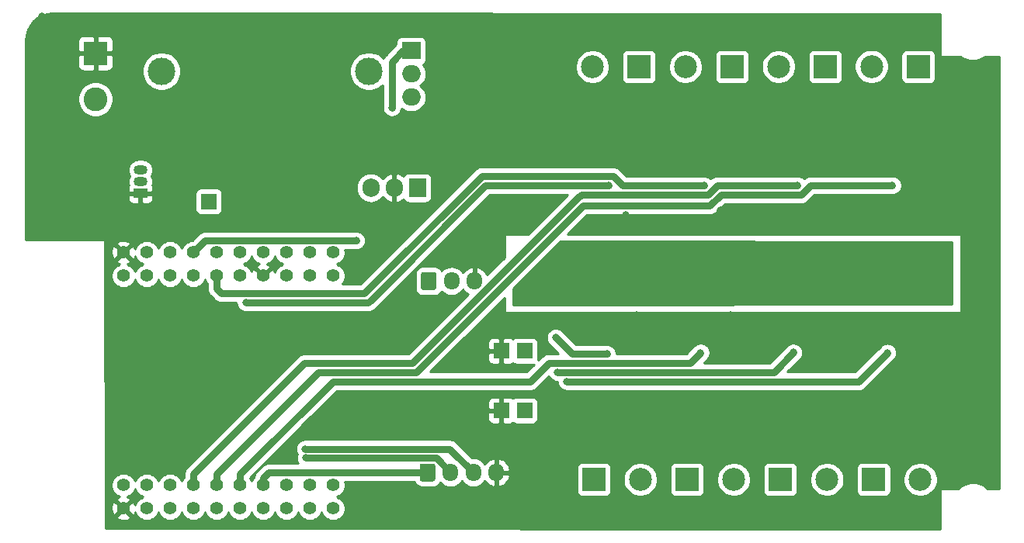
<source format=gbl>
G04 #@! TF.GenerationSoftware,KiCad,Pcbnew,5.1.12-84ad8e8a86~92~ubuntu20.04.1*
G04 #@! TF.CreationDate,2021-11-09T00:40:45+01:00*
G04 #@! TF.ProjectId,CC dimmer low voltage,43432064-696d-46d6-9572-206c6f772076,0.80*
G04 #@! TF.SameCoordinates,Original*
G04 #@! TF.FileFunction,Copper,L2,Bot*
G04 #@! TF.FilePolarity,Positive*
%FSLAX46Y46*%
G04 Gerber Fmt 4.6, Leading zero omitted, Abs format (unit mm)*
G04 Created by KiCad (PCBNEW 5.1.12-84ad8e8a86~92~ubuntu20.04.1) date 2021-11-09 00:40:45*
%MOMM*%
%LPD*%
G01*
G04 APERTURE LIST*
G04 #@! TA.AperFunction,ComponentPad*
%ADD10C,1.400000*%
G04 #@! TD*
G04 #@! TA.AperFunction,ComponentPad*
%ADD11O,2.000000X1.905000*%
G04 #@! TD*
G04 #@! TA.AperFunction,ComponentPad*
%ADD12R,2.000000X1.905000*%
G04 #@! TD*
G04 #@! TA.AperFunction,ComponentPad*
%ADD13C,3.000000*%
G04 #@! TD*
G04 #@! TA.AperFunction,ComponentPad*
%ADD14R,1.700000X1.700000*%
G04 #@! TD*
G04 #@! TA.AperFunction,ComponentPad*
%ADD15O,1.700000X1.950000*%
G04 #@! TD*
G04 #@! TA.AperFunction,ComponentPad*
%ADD16O,1.500000X1.050000*%
G04 #@! TD*
G04 #@! TA.AperFunction,ComponentPad*
%ADD17R,1.500000X1.050000*%
G04 #@! TD*
G04 #@! TA.AperFunction,ComponentPad*
%ADD18R,1.905000X2.000000*%
G04 #@! TD*
G04 #@! TA.AperFunction,ComponentPad*
%ADD19O,1.905000X2.000000*%
G04 #@! TD*
G04 #@! TA.AperFunction,ComponentPad*
%ADD20R,2.600000X2.600000*%
G04 #@! TD*
G04 #@! TA.AperFunction,ComponentPad*
%ADD21C,2.600000*%
G04 #@! TD*
G04 #@! TA.AperFunction,ComponentPad*
%ADD22C,2.500000*%
G04 #@! TD*
G04 #@! TA.AperFunction,ComponentPad*
%ADD23R,2.500000X2.500000*%
G04 #@! TD*
G04 #@! TA.AperFunction,ViaPad*
%ADD24C,0.800000*%
G04 #@! TD*
G04 #@! TA.AperFunction,Conductor*
%ADD25C,0.800000*%
G04 #@! TD*
G04 #@! TA.AperFunction,Conductor*
%ADD26C,0.254000*%
G04 #@! TD*
G04 #@! TA.AperFunction,Conductor*
%ADD27C,0.150000*%
G04 #@! TD*
G04 APERTURE END LIST*
D10*
X128962000Y-95455000D03*
X128962000Y-97995000D03*
X126422000Y-95455000D03*
X126422000Y-97995000D03*
X123882000Y-95455000D03*
X123882000Y-97995000D03*
X121342000Y-95455000D03*
X121342000Y-97995000D03*
X118802000Y-95455000D03*
X118802000Y-97995000D03*
X116262000Y-95455000D03*
X116262000Y-97995000D03*
X113722000Y-95455000D03*
X113722000Y-97995000D03*
X111182000Y-95455000D03*
X111182000Y-97995000D03*
X108642000Y-95455000D03*
X108642000Y-97995000D03*
X106102000Y-95455000D03*
X106102000Y-97995000D03*
X128962000Y-120855000D03*
X128962000Y-123395000D03*
X126422000Y-120855000D03*
X126422000Y-123395000D03*
X123882000Y-120855000D03*
X123882000Y-123395000D03*
X121342000Y-120855000D03*
X121342000Y-123395000D03*
X118802000Y-120855000D03*
X118802000Y-123395000D03*
X116262000Y-120855000D03*
X116262000Y-123395000D03*
X113722000Y-120855000D03*
X113722000Y-123395000D03*
X111182000Y-120855000D03*
X111182000Y-123395000D03*
X108642000Y-120855000D03*
X108642000Y-123395000D03*
X106102000Y-123395000D03*
X106102000Y-120855000D03*
D11*
X137474200Y-78517000D03*
X137474200Y-75977000D03*
D12*
X137474200Y-73437000D03*
D13*
X132851400Y-75672200D03*
X110251400Y-75672200D03*
D14*
X149842000Y-112695000D03*
X149842000Y-106185000D03*
G04 #@! TA.AperFunction,ComponentPad*
G36*
G01*
X138532000Y-99300000D02*
X138532000Y-97850000D01*
G75*
G02*
X138782000Y-97600000I250000J0D01*
G01*
X139982000Y-97600000D01*
G75*
G02*
X140232000Y-97850000I0J-250000D01*
G01*
X140232000Y-99300000D01*
G75*
G02*
X139982000Y-99550000I-250000J0D01*
G01*
X138782000Y-99550000D01*
G75*
G02*
X138532000Y-99300000I0J250000D01*
G01*
G37*
G04 #@! TD.AperFunction*
D15*
X141882000Y-98575000D03*
X144382000Y-98575000D03*
G04 #@! TA.AperFunction,ComponentPad*
G36*
G01*
X138412000Y-120190000D02*
X138412000Y-118740000D01*
G75*
G02*
X138662000Y-118490000I250000J0D01*
G01*
X139862000Y-118490000D01*
G75*
G02*
X140112000Y-118740000I0J-250000D01*
G01*
X140112000Y-120190000D01*
G75*
G02*
X139862000Y-120440000I-250000J0D01*
G01*
X138662000Y-120440000D01*
G75*
G02*
X138412000Y-120190000I0J250000D01*
G01*
G37*
G04 #@! TD.AperFunction*
X141762000Y-119465000D03*
X144262000Y-119465000D03*
X146762000Y-119465000D03*
D14*
X147302000Y-106185000D03*
X147302000Y-112695000D03*
X115402000Y-89895000D03*
D16*
X107959400Y-87716000D03*
X107959400Y-86446000D03*
D17*
X107959400Y-88986000D03*
D18*
X138160000Y-88401800D03*
D19*
X135620000Y-88401800D03*
X133080000Y-88401800D03*
D20*
X103052000Y-73715000D03*
D21*
X103052000Y-78715000D03*
D22*
X157242000Y-75187000D03*
D23*
X162322000Y-75187000D03*
X172472000Y-75185000D03*
D22*
X167392000Y-75185000D03*
X177542000Y-75175000D03*
D23*
X182622000Y-75175000D03*
X192772000Y-75165000D03*
D22*
X187692000Y-75165000D03*
D23*
X187912000Y-120225000D03*
D22*
X192992000Y-120225000D03*
X182822000Y-120225000D03*
D23*
X177742000Y-120225000D03*
X167572000Y-120225000D03*
D22*
X172652000Y-120225000D03*
X162472000Y-120225000D03*
D23*
X157392000Y-120225000D03*
D24*
X97092000Y-92395000D03*
X142282000Y-72315000D03*
X152842000Y-72275000D03*
X198702000Y-76495000D03*
X198822000Y-86635000D03*
X198812000Y-97805000D03*
X198802000Y-119145000D03*
X198832000Y-110335000D03*
X151852000Y-111045000D03*
X105802000Y-116205000D03*
X128304800Y-80857100D03*
X128825500Y-71014600D03*
X114880900Y-70925700D03*
X121408700Y-76348600D03*
X97172000Y-69665000D03*
X117272000Y-80825000D03*
X97112000Y-80695000D03*
X158712000Y-104785000D03*
X168992000Y-104735000D03*
X179162000Y-104715000D03*
X189332000Y-104765000D03*
X192672000Y-102375000D03*
X182442000Y-102335000D03*
X172292000Y-102315000D03*
X162102000Y-102305000D03*
X160842000Y-91335000D03*
X157732000Y-93125000D03*
X168162000Y-93155000D03*
X178222000Y-93075000D03*
X188372000Y-93075000D03*
X191772000Y-90815000D03*
X181312000Y-90835000D03*
X171202000Y-90845000D03*
X130342000Y-113265000D03*
X135752000Y-113265000D03*
X105752000Y-108405000D03*
X115142000Y-112615000D03*
X153082000Y-123185000D03*
X168212000Y-111185000D03*
X158132000Y-111185000D03*
X178432000Y-111255000D03*
X188242000Y-111255000D03*
X161222000Y-84135000D03*
X171572000Y-84065000D03*
X191172000Y-84085000D03*
X181602000Y-84085000D03*
X153102000Y-118725000D03*
X107492000Y-81865000D03*
X107042000Y-92395000D03*
X165052000Y-123095000D03*
X160002000Y-123095000D03*
X170252000Y-123145000D03*
X175252000Y-123195000D03*
X180352000Y-123195000D03*
X185352000Y-123195000D03*
X190502000Y-123195000D03*
X159852000Y-72295000D03*
X164902000Y-72245000D03*
X170002000Y-72295000D03*
X175102000Y-72295000D03*
X180152000Y-72295000D03*
X185202000Y-72295000D03*
X190202000Y-72295000D03*
X109922000Y-124945000D03*
X130862000Y-122055000D03*
X141382000Y-107745000D03*
X135372000Y-79625000D03*
X195772000Y-97935000D03*
X190642000Y-97665000D03*
X180392000Y-97685000D03*
X170212000Y-97705000D03*
X159882000Y-97745000D03*
X153702000Y-94945000D03*
X149702000Y-100145000D03*
X190722000Y-94865000D03*
X190382000Y-100595000D03*
X180222000Y-100595000D03*
X180512000Y-94845000D03*
X185402000Y-97835000D03*
X175272000Y-97805000D03*
X170382000Y-94865000D03*
X170032000Y-100615000D03*
X165082000Y-97725000D03*
X160062000Y-94845000D03*
X159742000Y-100655000D03*
X156392000Y-97535000D03*
X153632000Y-100125000D03*
X174862000Y-94905000D03*
X184992000Y-94925000D03*
X185842000Y-100685000D03*
X175682000Y-100715000D03*
X165502000Y-100685000D03*
X196152000Y-100645000D03*
X195852000Y-94895000D03*
X151632000Y-97525000D03*
X131481999Y-94154999D03*
X126002000Y-117885000D03*
X125922000Y-116884990D03*
X159022000Y-88105000D03*
X119442008Y-100905008D03*
X169412000Y-88145000D03*
X179612000Y-88125000D03*
X189962000Y-88125000D03*
X189402000Y-106395000D03*
X154462000Y-109515030D03*
X179157000Y-106370000D03*
X153422000Y-108505000D03*
X169047000Y-106380000D03*
X153252011Y-104745011D03*
X158822000Y-106515000D03*
D25*
X137474200Y-73437000D02*
X136620000Y-73437000D01*
X135372000Y-74685000D02*
X135372000Y-79625000D01*
X136620000Y-73437000D02*
X135372000Y-74685000D01*
X115022001Y-94154999D02*
X131481999Y-94154999D01*
X113722000Y-95455000D02*
X115022001Y-94154999D01*
X131481999Y-94154999D02*
X131481999Y-94154999D01*
X121342000Y-120855000D02*
X121342000Y-120089228D01*
X121966228Y-119465000D02*
X139262000Y-119465000D01*
X121342000Y-120089228D02*
X121966228Y-119465000D01*
X141762000Y-119465000D02*
X141762000Y-119437902D01*
X141762000Y-119437902D02*
X140209098Y-117885000D01*
X140209098Y-117885000D02*
X126002000Y-117885000D01*
X126002000Y-117885000D02*
X126002000Y-117885000D01*
X144262000Y-119465000D02*
X141681990Y-116884990D01*
X141681990Y-116884990D02*
X140623315Y-116884990D01*
X140623315Y-116884990D02*
X125922000Y-116884990D01*
X125922000Y-116884990D02*
X125922000Y-116884990D01*
X159022000Y-88105000D02*
X159022000Y-88105000D01*
X159022000Y-88105000D02*
X145592000Y-88105000D01*
X133072000Y-100625000D02*
X132791992Y-100905008D01*
X132791992Y-100905008D02*
X119442008Y-100905008D01*
X145592000Y-88105000D02*
X133072000Y-100625000D01*
X119442008Y-100905008D02*
X119442008Y-100905008D01*
X169412000Y-88145000D02*
X169412000Y-88145000D01*
X159501990Y-87104990D02*
X145177784Y-87104990D01*
X160542000Y-88145000D02*
X159501990Y-87104990D01*
X169412000Y-88145000D02*
X160542000Y-88145000D01*
X116262000Y-97995000D02*
X116262000Y-99395000D01*
X116262000Y-99395000D02*
X116772000Y-99905000D01*
X116772000Y-99905000D02*
X132377774Y-99905000D01*
X132377774Y-99905000D02*
X132519887Y-99762887D01*
X145177784Y-87104990D02*
X132519887Y-99762887D01*
X179612000Y-88125000D02*
X179612000Y-88125000D01*
X170846227Y-88125000D02*
X179612000Y-88125000D01*
X170334114Y-88637114D02*
X170846227Y-88125000D01*
X169826217Y-89145010D02*
X170334114Y-88637114D01*
X169826218Y-89145010D02*
X170334114Y-88637114D01*
X156091990Y-89145010D02*
X169826218Y-89145010D01*
X155802010Y-89330613D02*
X155906387Y-89330613D01*
X125852018Y-107524982D02*
X137607641Y-107524982D01*
X137607641Y-107524982D02*
X155802010Y-89330613D01*
X113722000Y-119655000D02*
X125852018Y-107524982D01*
X155906387Y-89330613D02*
X156091990Y-89145010D01*
X113722000Y-120855000D02*
X113722000Y-119655000D01*
X189962000Y-88125000D02*
X189962000Y-88125000D01*
X181026227Y-88125000D02*
X189962000Y-88125000D01*
X180026217Y-89125010D02*
X181026227Y-88125000D01*
X171260445Y-89125010D02*
X180026217Y-89125010D01*
X170054832Y-90330623D02*
X171260445Y-89125010D01*
X156216226Y-90330623D02*
X170054832Y-90330623D01*
X138021859Y-108524990D02*
X156216226Y-90330623D01*
X127392010Y-108524990D02*
X138021859Y-108524990D01*
X116262000Y-119655000D02*
X127392010Y-108524990D01*
X116262000Y-120855000D02*
X116262000Y-119655000D01*
X189402000Y-106395000D02*
X186281970Y-109515030D01*
X186281970Y-109515030D02*
X160064651Y-109515030D01*
X160064651Y-109515030D02*
X154462000Y-109515030D01*
X154462000Y-109515030D02*
X154462000Y-109515030D01*
X154512000Y-108515020D02*
X154512000Y-108515020D01*
X154512000Y-108515020D02*
X154512000Y-108515020D01*
X153432020Y-108515020D02*
X153422000Y-108505000D01*
X177011980Y-108515020D02*
X153432020Y-108515020D01*
X179157000Y-106370000D02*
X177011980Y-108515020D01*
X154242010Y-107515010D02*
X167911990Y-107515010D01*
X154231999Y-107504999D02*
X154242010Y-107515010D01*
X152462001Y-107504999D02*
X154231999Y-107504999D01*
X128932000Y-109525000D02*
X150442000Y-109525000D01*
X167911990Y-107515010D02*
X169047000Y-106380000D01*
X118802000Y-119655000D02*
X128932000Y-109525000D01*
X150442000Y-109525000D02*
X152462001Y-107504999D01*
X118802000Y-120855000D02*
X118802000Y-119655000D01*
X155022000Y-106515000D02*
X153252011Y-104745011D01*
X158822000Y-106515000D02*
X155022000Y-106515000D01*
D26*
X196415718Y-94301895D02*
X196454278Y-101098143D01*
X148593575Y-101151607D01*
X148604878Y-99405681D01*
X153744202Y-94266357D01*
X196415718Y-94301895D01*
G04 #@! TA.AperFunction,Conductor*
D27*
G36*
X196415718Y-94301895D02*
G01*
X196454278Y-101098143D01*
X148593575Y-101151607D01*
X148604878Y-99405681D01*
X153744202Y-94266357D01*
X196415718Y-94301895D01*
G37*
G04 #@! TD.AperFunction*
D26*
X195175000Y-69432073D02*
X195175000Y-73945000D01*
X195177440Y-73969776D01*
X195184667Y-73993601D01*
X195196403Y-74015557D01*
X195212197Y-74034803D01*
X195231443Y-74050597D01*
X195253399Y-74062333D01*
X195277224Y-74069560D01*
X195302000Y-74072000D01*
X197388507Y-74072000D01*
X197663331Y-74255631D01*
X198070075Y-74424110D01*
X198501872Y-74510000D01*
X198942128Y-74510000D01*
X199373925Y-74424110D01*
X199780669Y-74255631D01*
X200055493Y-74072000D01*
X201577000Y-74072000D01*
X201577000Y-93439848D01*
X154528615Y-93481945D01*
X156644937Y-91365623D01*
X170004004Y-91365623D01*
X170054832Y-91370629D01*
X170105660Y-91365623D01*
X170105670Y-91365623D01*
X170257727Y-91350647D01*
X170452825Y-91291464D01*
X170632629Y-91195357D01*
X170790228Y-91066019D01*
X170822639Y-91026526D01*
X171689156Y-90160010D01*
X179975389Y-90160010D01*
X180026217Y-90165016D01*
X180077045Y-90160010D01*
X180077055Y-90160010D01*
X180229112Y-90145034D01*
X180424210Y-90085851D01*
X180604014Y-89989744D01*
X180761613Y-89860406D01*
X180794024Y-89820913D01*
X181454938Y-89160000D01*
X190063939Y-89160000D01*
X190114057Y-89150031D01*
X190164895Y-89145024D01*
X190213777Y-89130196D01*
X190263898Y-89120226D01*
X190311113Y-89100669D01*
X190359993Y-89085841D01*
X190405042Y-89061762D01*
X190452256Y-89042205D01*
X190494746Y-89013814D01*
X190539797Y-88989734D01*
X190579284Y-88957328D01*
X190621774Y-88928937D01*
X190657908Y-88892803D01*
X190697396Y-88860396D01*
X190729805Y-88820906D01*
X190765937Y-88784774D01*
X190794328Y-88742284D01*
X190826734Y-88702797D01*
X190850814Y-88657746D01*
X190879205Y-88615256D01*
X190898762Y-88568042D01*
X190922841Y-88522993D01*
X190937669Y-88474113D01*
X190957226Y-88426898D01*
X190967196Y-88376777D01*
X190982024Y-88327895D01*
X190987031Y-88277057D01*
X190997000Y-88226939D01*
X190997000Y-88175838D01*
X191002007Y-88125000D01*
X190997000Y-88074162D01*
X190997000Y-88023061D01*
X190987031Y-87972943D01*
X190982024Y-87922105D01*
X190967196Y-87873223D01*
X190957226Y-87823102D01*
X190937669Y-87775887D01*
X190922841Y-87727007D01*
X190898762Y-87681958D01*
X190879205Y-87634744D01*
X190850814Y-87592254D01*
X190826734Y-87547203D01*
X190794328Y-87507716D01*
X190765937Y-87465226D01*
X190729803Y-87429092D01*
X190697396Y-87389604D01*
X190657908Y-87357197D01*
X190621774Y-87321063D01*
X190579284Y-87292672D01*
X190539797Y-87260266D01*
X190494746Y-87236186D01*
X190452256Y-87207795D01*
X190405042Y-87188238D01*
X190359993Y-87164159D01*
X190311113Y-87149331D01*
X190263898Y-87129774D01*
X190213777Y-87119804D01*
X190164895Y-87104976D01*
X190114057Y-87099969D01*
X190063939Y-87090000D01*
X181077062Y-87090000D01*
X181026227Y-87084993D01*
X180975392Y-87090000D01*
X180975389Y-87090000D01*
X180823332Y-87104976D01*
X180628234Y-87164159D01*
X180590817Y-87184159D01*
X180448429Y-87260266D01*
X180354689Y-87337197D01*
X180319114Y-87366393D01*
X180307908Y-87357197D01*
X180271774Y-87321063D01*
X180229284Y-87292672D01*
X180189797Y-87260266D01*
X180144746Y-87236186D01*
X180102256Y-87207795D01*
X180055042Y-87188238D01*
X180009993Y-87164159D01*
X179961113Y-87149331D01*
X179913898Y-87129774D01*
X179863777Y-87119804D01*
X179814895Y-87104976D01*
X179764057Y-87099969D01*
X179713939Y-87090000D01*
X170897061Y-87090000D01*
X170846226Y-87084993D01*
X170795391Y-87090000D01*
X170795389Y-87090000D01*
X170643332Y-87104976D01*
X170448234Y-87164159D01*
X170268430Y-87260266D01*
X170116928Y-87384600D01*
X170107908Y-87377197D01*
X170071774Y-87341063D01*
X170029284Y-87312672D01*
X169989797Y-87280266D01*
X169944746Y-87256186D01*
X169902256Y-87227795D01*
X169855042Y-87208238D01*
X169809993Y-87184159D01*
X169761113Y-87169331D01*
X169713898Y-87149774D01*
X169663777Y-87139804D01*
X169614895Y-87124976D01*
X169564057Y-87119969D01*
X169513939Y-87110000D01*
X160970711Y-87110000D01*
X160269797Y-86409087D01*
X160237386Y-86369594D01*
X160079787Y-86240256D01*
X159899983Y-86144149D01*
X159704885Y-86084966D01*
X159552828Y-86069990D01*
X159552818Y-86069990D01*
X159501990Y-86064984D01*
X159451162Y-86069990D01*
X145228619Y-86069990D01*
X145177784Y-86064983D01*
X145126949Y-86069990D01*
X145126946Y-86069990D01*
X144974889Y-86084966D01*
X144825199Y-86130375D01*
X144779790Y-86144149D01*
X144599986Y-86240256D01*
X144481876Y-86337187D01*
X144442388Y-86369594D01*
X144409981Y-86409082D01*
X131949064Y-98870000D01*
X129974975Y-98870000D01*
X129998962Y-98846013D01*
X130145061Y-98627359D01*
X130245696Y-98384405D01*
X130297000Y-98126486D01*
X130297000Y-97863514D01*
X130245696Y-97605595D01*
X130145061Y-97362641D01*
X129998962Y-97143987D01*
X129813013Y-96958038D01*
X129594359Y-96811939D01*
X129384470Y-96725000D01*
X129594359Y-96638061D01*
X129813013Y-96491962D01*
X129998962Y-96306013D01*
X130145061Y-96087359D01*
X130245696Y-95844405D01*
X130297000Y-95586486D01*
X130297000Y-95323514D01*
X130270442Y-95189999D01*
X131583938Y-95189999D01*
X131634056Y-95180030D01*
X131684894Y-95175023D01*
X131733776Y-95160195D01*
X131783897Y-95150225D01*
X131831112Y-95130668D01*
X131879992Y-95115840D01*
X131925041Y-95091761D01*
X131972255Y-95072204D01*
X132014745Y-95043813D01*
X132059796Y-95019733D01*
X132099283Y-94987327D01*
X132141773Y-94958936D01*
X132177907Y-94922802D01*
X132217395Y-94890395D01*
X132249802Y-94850907D01*
X132285936Y-94814773D01*
X132314327Y-94772283D01*
X132346733Y-94732796D01*
X132370813Y-94687745D01*
X132399204Y-94645255D01*
X132418761Y-94598041D01*
X132442840Y-94552992D01*
X132457668Y-94504112D01*
X132477225Y-94456897D01*
X132487195Y-94406776D01*
X132502023Y-94357894D01*
X132507030Y-94307056D01*
X132516999Y-94256938D01*
X132516999Y-94205837D01*
X132522006Y-94154999D01*
X132516999Y-94104161D01*
X132516999Y-94053060D01*
X132507030Y-94002942D01*
X132502023Y-93952104D01*
X132487195Y-93903222D01*
X132477225Y-93853101D01*
X132457668Y-93805886D01*
X132442840Y-93757006D01*
X132418761Y-93711957D01*
X132399204Y-93664743D01*
X132370813Y-93622253D01*
X132346733Y-93577202D01*
X132314327Y-93537715D01*
X132285936Y-93495225D01*
X132249802Y-93459091D01*
X132217395Y-93419603D01*
X132177907Y-93387196D01*
X132141773Y-93351062D01*
X132099283Y-93322671D01*
X132059796Y-93290265D01*
X132014745Y-93266185D01*
X131972255Y-93237794D01*
X131925041Y-93218237D01*
X131879992Y-93194158D01*
X131831112Y-93179330D01*
X131783897Y-93159773D01*
X131733776Y-93149803D01*
X131684894Y-93134975D01*
X131634056Y-93129968D01*
X131583938Y-93119999D01*
X115072828Y-93119999D01*
X115022000Y-93114993D01*
X114971172Y-93119999D01*
X114971163Y-93119999D01*
X114819106Y-93134975D01*
X114624008Y-93194158D01*
X114542371Y-93237794D01*
X114444203Y-93290265D01*
X114326093Y-93387196D01*
X114286605Y-93419603D01*
X114254198Y-93459091D01*
X113593290Y-94120000D01*
X113590514Y-94120000D01*
X113332595Y-94171304D01*
X113089641Y-94271939D01*
X112870987Y-94418038D01*
X112685038Y-94603987D01*
X112538939Y-94822641D01*
X112452000Y-95032530D01*
X112365061Y-94822641D01*
X112218962Y-94603987D01*
X112033013Y-94418038D01*
X111814359Y-94271939D01*
X111571405Y-94171304D01*
X111313486Y-94120000D01*
X111050514Y-94120000D01*
X110792595Y-94171304D01*
X110549641Y-94271939D01*
X110330987Y-94418038D01*
X110145038Y-94603987D01*
X109998939Y-94822641D01*
X109912000Y-95032530D01*
X109825061Y-94822641D01*
X109678962Y-94603987D01*
X109493013Y-94418038D01*
X109274359Y-94271939D01*
X109031405Y-94171304D01*
X108773486Y-94120000D01*
X108510514Y-94120000D01*
X108252595Y-94171304D01*
X108009641Y-94271939D01*
X107790987Y-94418038D01*
X107605038Y-94603987D01*
X107458939Y-94822641D01*
X107370379Y-95036444D01*
X107310935Y-94873634D01*
X107257037Y-94772797D01*
X107023269Y-94713336D01*
X106281605Y-95455000D01*
X107023269Y-96196664D01*
X107257037Y-96137203D01*
X107367934Y-95898758D01*
X107372706Y-95879173D01*
X107458939Y-96087359D01*
X107605038Y-96306013D01*
X107790987Y-96491962D01*
X108009641Y-96638061D01*
X108219530Y-96725000D01*
X108009641Y-96811939D01*
X107790987Y-96958038D01*
X107605038Y-97143987D01*
X107458939Y-97362641D01*
X107372000Y-97572530D01*
X107285061Y-97362641D01*
X107138962Y-97143987D01*
X106953013Y-96958038D01*
X106734359Y-96811939D01*
X106520556Y-96723379D01*
X106683366Y-96663935D01*
X106784203Y-96610037D01*
X106843664Y-96376269D01*
X106102000Y-95634605D01*
X105360336Y-96376269D01*
X105419797Y-96610037D01*
X105658242Y-96720934D01*
X105677827Y-96725706D01*
X105469641Y-96811939D01*
X105250987Y-96958038D01*
X105065038Y-97143987D01*
X104918939Y-97362641D01*
X104818304Y-97605595D01*
X104767000Y-97863514D01*
X104767000Y-98126486D01*
X104818304Y-98384405D01*
X104918939Y-98627359D01*
X105065038Y-98846013D01*
X105250987Y-99031962D01*
X105469641Y-99178061D01*
X105712595Y-99278696D01*
X105970514Y-99330000D01*
X106233486Y-99330000D01*
X106491405Y-99278696D01*
X106734359Y-99178061D01*
X106953013Y-99031962D01*
X107138962Y-98846013D01*
X107285061Y-98627359D01*
X107372000Y-98417470D01*
X107458939Y-98627359D01*
X107605038Y-98846013D01*
X107790987Y-99031962D01*
X108009641Y-99178061D01*
X108252595Y-99278696D01*
X108510514Y-99330000D01*
X108773486Y-99330000D01*
X109031405Y-99278696D01*
X109274359Y-99178061D01*
X109493013Y-99031962D01*
X109678962Y-98846013D01*
X109825061Y-98627359D01*
X109912000Y-98417470D01*
X109998939Y-98627359D01*
X110145038Y-98846013D01*
X110330987Y-99031962D01*
X110549641Y-99178061D01*
X110792595Y-99278696D01*
X111050514Y-99330000D01*
X111313486Y-99330000D01*
X111571405Y-99278696D01*
X111814359Y-99178061D01*
X112033013Y-99031962D01*
X112218962Y-98846013D01*
X112365061Y-98627359D01*
X112452000Y-98417470D01*
X112538939Y-98627359D01*
X112685038Y-98846013D01*
X112870987Y-99031962D01*
X113089641Y-99178061D01*
X113332595Y-99278696D01*
X113590514Y-99330000D01*
X113853486Y-99330000D01*
X114111405Y-99278696D01*
X114354359Y-99178061D01*
X114573013Y-99031962D01*
X114758962Y-98846013D01*
X114905061Y-98627359D01*
X114992000Y-98417470D01*
X115078939Y-98627359D01*
X115225038Y-98846013D01*
X115227001Y-98847976D01*
X115227001Y-99344163D01*
X115221994Y-99395000D01*
X115241977Y-99597895D01*
X115301160Y-99792993D01*
X115397266Y-99972797D01*
X115484096Y-100078599D01*
X115526605Y-100130396D01*
X115566093Y-100162803D01*
X116004193Y-100600903D01*
X116036604Y-100640396D01*
X116194203Y-100769734D01*
X116374007Y-100865841D01*
X116569105Y-100925024D01*
X116721162Y-100940000D01*
X116721164Y-100940000D01*
X116772000Y-100945007D01*
X116822835Y-100940000D01*
X118405447Y-100940000D01*
X118407008Y-100955846D01*
X118407008Y-101006947D01*
X118416977Y-101057065D01*
X118421984Y-101107903D01*
X118436812Y-101156785D01*
X118446782Y-101206906D01*
X118466339Y-101254121D01*
X118481167Y-101303001D01*
X118505246Y-101348050D01*
X118524803Y-101395264D01*
X118553194Y-101437754D01*
X118577274Y-101482805D01*
X118609680Y-101522292D01*
X118638071Y-101564782D01*
X118674205Y-101600916D01*
X118706612Y-101640404D01*
X118746100Y-101672811D01*
X118782234Y-101708945D01*
X118824724Y-101737336D01*
X118864211Y-101769742D01*
X118909262Y-101793822D01*
X118951752Y-101822213D01*
X118998966Y-101841770D01*
X119044015Y-101865849D01*
X119092895Y-101880677D01*
X119140110Y-101900234D01*
X119190231Y-101910204D01*
X119239113Y-101925032D01*
X119289951Y-101930039D01*
X119340069Y-101940008D01*
X132741164Y-101940008D01*
X132791992Y-101945014D01*
X132842820Y-101940008D01*
X132842830Y-101940008D01*
X132994887Y-101925032D01*
X133189985Y-101865849D01*
X133369789Y-101769742D01*
X133527388Y-101640404D01*
X133559799Y-101600911D01*
X133839803Y-101320907D01*
X146020711Y-89140000D01*
X154528912Y-89140000D01*
X150183079Y-93485834D01*
X147761886Y-93488000D01*
X147737112Y-93490462D01*
X147713294Y-93497711D01*
X147691348Y-93509467D01*
X147672117Y-93525278D01*
X147656340Y-93544537D01*
X147644624Y-93566504D01*
X147637418Y-93590335D01*
X147635000Y-93615000D01*
X147635000Y-96033913D01*
X145761446Y-97907467D01*
X145647053Y-97672430D01*
X145471049Y-97440571D01*
X145253193Y-97247504D01*
X145001858Y-97100648D01*
X144738890Y-97008524D01*
X144509000Y-97129845D01*
X144509000Y-98448000D01*
X144529000Y-98448000D01*
X144529000Y-98702000D01*
X144509000Y-98702000D01*
X144509000Y-98722000D01*
X144255000Y-98722000D01*
X144255000Y-98702000D01*
X144235000Y-98702000D01*
X144235000Y-98448000D01*
X144255000Y-98448000D01*
X144255000Y-97129845D01*
X144025110Y-97008524D01*
X143762142Y-97100648D01*
X143510807Y-97247504D01*
X143292951Y-97440571D01*
X143136462Y-97646722D01*
X143122706Y-97620986D01*
X142937134Y-97394866D01*
X142711013Y-97209294D01*
X142453033Y-97071401D01*
X142173110Y-96986487D01*
X141882000Y-96957815D01*
X141590889Y-96986487D01*
X141310966Y-97071401D01*
X141052986Y-97209294D01*
X140826866Y-97394866D01*
X140774777Y-97458337D01*
X140720405Y-97356614D01*
X140609962Y-97222038D01*
X140475386Y-97111595D01*
X140321850Y-97029528D01*
X140155254Y-96978992D01*
X139982000Y-96961928D01*
X138782000Y-96961928D01*
X138608746Y-96978992D01*
X138442150Y-97029528D01*
X138288614Y-97111595D01*
X138154038Y-97222038D01*
X138043595Y-97356614D01*
X137961528Y-97510150D01*
X137910992Y-97676746D01*
X137893928Y-97850000D01*
X137893928Y-99300000D01*
X137910992Y-99473254D01*
X137961528Y-99639850D01*
X138043595Y-99793386D01*
X138154038Y-99927962D01*
X138288614Y-100038405D01*
X138442150Y-100120472D01*
X138608746Y-100171008D01*
X138782000Y-100188072D01*
X139982000Y-100188072D01*
X140155254Y-100171008D01*
X140321850Y-100120472D01*
X140475386Y-100038405D01*
X140609962Y-99927962D01*
X140720405Y-99793386D01*
X140774777Y-99691663D01*
X140826866Y-99755134D01*
X141052987Y-99940706D01*
X141310967Y-100078599D01*
X141590890Y-100163513D01*
X141882000Y-100192185D01*
X142173111Y-100163513D01*
X142453034Y-100078599D01*
X142711014Y-99940706D01*
X142937134Y-99755134D01*
X143122706Y-99529014D01*
X143136462Y-99503278D01*
X143292951Y-99709429D01*
X143510807Y-99902496D01*
X143672146Y-99996767D01*
X137178931Y-106489982D01*
X125902853Y-106489982D01*
X125852018Y-106484975D01*
X125801182Y-106489982D01*
X125801180Y-106489982D01*
X125649123Y-106504958D01*
X125454025Y-106564141D01*
X125437646Y-106572896D01*
X125274220Y-106660248D01*
X125180459Y-106737196D01*
X125116622Y-106789586D01*
X125084215Y-106829074D01*
X113026093Y-118887197D01*
X112986605Y-118919604D01*
X112954198Y-118959092D01*
X112954197Y-118959093D01*
X112857266Y-119077203D01*
X112761160Y-119257007D01*
X112701977Y-119452105D01*
X112681994Y-119655000D01*
X112687001Y-119705837D01*
X112687001Y-120002024D01*
X112685038Y-120003987D01*
X112538939Y-120222641D01*
X112452000Y-120432530D01*
X112365061Y-120222641D01*
X112218962Y-120003987D01*
X112033013Y-119818038D01*
X111814359Y-119671939D01*
X111571405Y-119571304D01*
X111313486Y-119520000D01*
X111050514Y-119520000D01*
X110792595Y-119571304D01*
X110549641Y-119671939D01*
X110330987Y-119818038D01*
X110145038Y-120003987D01*
X109998939Y-120222641D01*
X109912000Y-120432530D01*
X109825061Y-120222641D01*
X109678962Y-120003987D01*
X109493013Y-119818038D01*
X109274359Y-119671939D01*
X109031405Y-119571304D01*
X108773486Y-119520000D01*
X108510514Y-119520000D01*
X108252595Y-119571304D01*
X108009641Y-119671939D01*
X107790987Y-119818038D01*
X107605038Y-120003987D01*
X107458939Y-120222641D01*
X107372000Y-120432530D01*
X107285061Y-120222641D01*
X107138962Y-120003987D01*
X106953013Y-119818038D01*
X106734359Y-119671939D01*
X106491405Y-119571304D01*
X106233486Y-119520000D01*
X105970514Y-119520000D01*
X105712595Y-119571304D01*
X105469641Y-119671939D01*
X105250987Y-119818038D01*
X105065038Y-120003987D01*
X104918939Y-120222641D01*
X104818304Y-120465595D01*
X104767000Y-120723514D01*
X104767000Y-120986486D01*
X104818304Y-121244405D01*
X104918939Y-121487359D01*
X105065038Y-121706013D01*
X105250987Y-121891962D01*
X105469641Y-122038061D01*
X105683444Y-122126621D01*
X105520634Y-122186065D01*
X105419797Y-122239963D01*
X105360336Y-122473731D01*
X106102000Y-123215395D01*
X106843664Y-122473731D01*
X106784203Y-122239963D01*
X106545758Y-122129066D01*
X106526173Y-122124294D01*
X106734359Y-122038061D01*
X106953013Y-121891962D01*
X107138962Y-121706013D01*
X107285061Y-121487359D01*
X107372000Y-121277470D01*
X107458939Y-121487359D01*
X107605038Y-121706013D01*
X107790987Y-121891962D01*
X108009641Y-122038061D01*
X108219530Y-122125000D01*
X108009641Y-122211939D01*
X107790987Y-122358038D01*
X107605038Y-122543987D01*
X107458939Y-122762641D01*
X107370379Y-122976444D01*
X107310935Y-122813634D01*
X107257037Y-122712797D01*
X107023269Y-122653336D01*
X106281605Y-123395000D01*
X107023269Y-124136664D01*
X107257037Y-124077203D01*
X107367934Y-123838758D01*
X107372706Y-123819173D01*
X107458939Y-124027359D01*
X107605038Y-124246013D01*
X107790987Y-124431962D01*
X108009641Y-124578061D01*
X108252595Y-124678696D01*
X108510514Y-124730000D01*
X108773486Y-124730000D01*
X109031405Y-124678696D01*
X109274359Y-124578061D01*
X109493013Y-124431962D01*
X109678962Y-124246013D01*
X109825061Y-124027359D01*
X109912000Y-123817470D01*
X109998939Y-124027359D01*
X110145038Y-124246013D01*
X110330987Y-124431962D01*
X110549641Y-124578061D01*
X110792595Y-124678696D01*
X111050514Y-124730000D01*
X111313486Y-124730000D01*
X111571405Y-124678696D01*
X111814359Y-124578061D01*
X112033013Y-124431962D01*
X112218962Y-124246013D01*
X112365061Y-124027359D01*
X112452000Y-123817470D01*
X112538939Y-124027359D01*
X112685038Y-124246013D01*
X112870987Y-124431962D01*
X113089641Y-124578061D01*
X113332595Y-124678696D01*
X113590514Y-124730000D01*
X113853486Y-124730000D01*
X114111405Y-124678696D01*
X114354359Y-124578061D01*
X114573013Y-124431962D01*
X114758962Y-124246013D01*
X114905061Y-124027359D01*
X114992000Y-123817470D01*
X115078939Y-124027359D01*
X115225038Y-124246013D01*
X115410987Y-124431962D01*
X115629641Y-124578061D01*
X115872595Y-124678696D01*
X116130514Y-124730000D01*
X116393486Y-124730000D01*
X116651405Y-124678696D01*
X116894359Y-124578061D01*
X117113013Y-124431962D01*
X117298962Y-124246013D01*
X117445061Y-124027359D01*
X117532000Y-123817470D01*
X117618939Y-124027359D01*
X117765038Y-124246013D01*
X117950987Y-124431962D01*
X118169641Y-124578061D01*
X118412595Y-124678696D01*
X118670514Y-124730000D01*
X118933486Y-124730000D01*
X119191405Y-124678696D01*
X119434359Y-124578061D01*
X119653013Y-124431962D01*
X119838962Y-124246013D01*
X119985061Y-124027359D01*
X120072000Y-123817470D01*
X120158939Y-124027359D01*
X120305038Y-124246013D01*
X120490987Y-124431962D01*
X120709641Y-124578061D01*
X120952595Y-124678696D01*
X121210514Y-124730000D01*
X121473486Y-124730000D01*
X121731405Y-124678696D01*
X121974359Y-124578061D01*
X122193013Y-124431962D01*
X122378962Y-124246013D01*
X122525061Y-124027359D01*
X122612000Y-123817470D01*
X122698939Y-124027359D01*
X122845038Y-124246013D01*
X123030987Y-124431962D01*
X123249641Y-124578061D01*
X123492595Y-124678696D01*
X123750514Y-124730000D01*
X124013486Y-124730000D01*
X124271405Y-124678696D01*
X124514359Y-124578061D01*
X124733013Y-124431962D01*
X124918962Y-124246013D01*
X125065061Y-124027359D01*
X125152000Y-123817470D01*
X125238939Y-124027359D01*
X125385038Y-124246013D01*
X125570987Y-124431962D01*
X125789641Y-124578061D01*
X126032595Y-124678696D01*
X126290514Y-124730000D01*
X126553486Y-124730000D01*
X126811405Y-124678696D01*
X127054359Y-124578061D01*
X127273013Y-124431962D01*
X127458962Y-124246013D01*
X127605061Y-124027359D01*
X127692000Y-123817470D01*
X127778939Y-124027359D01*
X127925038Y-124246013D01*
X128110987Y-124431962D01*
X128329641Y-124578061D01*
X128572595Y-124678696D01*
X128830514Y-124730000D01*
X129093486Y-124730000D01*
X129351405Y-124678696D01*
X129594359Y-124578061D01*
X129813013Y-124431962D01*
X129998962Y-124246013D01*
X130145061Y-124027359D01*
X130245696Y-123784405D01*
X130297000Y-123526486D01*
X130297000Y-123263514D01*
X130245696Y-123005595D01*
X130145061Y-122762641D01*
X129998962Y-122543987D01*
X129813013Y-122358038D01*
X129594359Y-122211939D01*
X129384470Y-122125000D01*
X129594359Y-122038061D01*
X129813013Y-121891962D01*
X129998962Y-121706013D01*
X130145061Y-121487359D01*
X130245696Y-121244405D01*
X130297000Y-120986486D01*
X130297000Y-120723514D01*
X130252540Y-120500000D01*
X137832473Y-120500000D01*
X137841528Y-120529850D01*
X137923595Y-120683386D01*
X138034038Y-120817962D01*
X138168614Y-120928405D01*
X138322150Y-121010472D01*
X138488746Y-121061008D01*
X138662000Y-121078072D01*
X139862000Y-121078072D01*
X140035254Y-121061008D01*
X140201850Y-121010472D01*
X140355386Y-120928405D01*
X140489962Y-120817962D01*
X140600405Y-120683386D01*
X140654777Y-120581663D01*
X140706866Y-120645134D01*
X140932987Y-120830706D01*
X141190967Y-120968599D01*
X141470890Y-121053513D01*
X141762000Y-121082185D01*
X142053111Y-121053513D01*
X142333034Y-120968599D01*
X142591014Y-120830706D01*
X142817134Y-120645134D01*
X143002706Y-120419014D01*
X143012000Y-120401626D01*
X143021294Y-120419014D01*
X143206866Y-120645134D01*
X143432987Y-120830706D01*
X143690967Y-120968599D01*
X143970890Y-121053513D01*
X144262000Y-121082185D01*
X144553111Y-121053513D01*
X144833034Y-120968599D01*
X145091014Y-120830706D01*
X145317134Y-120645134D01*
X145502706Y-120419014D01*
X145516462Y-120393278D01*
X145672951Y-120599429D01*
X145890807Y-120792496D01*
X146142142Y-120939352D01*
X146405110Y-121031476D01*
X146635000Y-120910155D01*
X146635000Y-119592000D01*
X146889000Y-119592000D01*
X146889000Y-120910155D01*
X147118890Y-121031476D01*
X147381858Y-120939352D01*
X147633193Y-120792496D01*
X147851049Y-120599429D01*
X148027053Y-120367570D01*
X148154442Y-120105830D01*
X148228320Y-119824267D01*
X148088165Y-119592000D01*
X146889000Y-119592000D01*
X146635000Y-119592000D01*
X146615000Y-119592000D01*
X146615000Y-119338000D01*
X146635000Y-119338000D01*
X146635000Y-118019845D01*
X146889000Y-118019845D01*
X146889000Y-119338000D01*
X148088165Y-119338000D01*
X148228320Y-119105733D01*
X148194018Y-118975000D01*
X155503928Y-118975000D01*
X155503928Y-121475000D01*
X155516188Y-121599482D01*
X155552498Y-121719180D01*
X155611463Y-121829494D01*
X155690815Y-121926185D01*
X155787506Y-122005537D01*
X155897820Y-122064502D01*
X156017518Y-122100812D01*
X156142000Y-122113072D01*
X158642000Y-122113072D01*
X158766482Y-122100812D01*
X158886180Y-122064502D01*
X158996494Y-122005537D01*
X159093185Y-121926185D01*
X159172537Y-121829494D01*
X159231502Y-121719180D01*
X159267812Y-121599482D01*
X159280072Y-121475000D01*
X159280072Y-120039344D01*
X160587000Y-120039344D01*
X160587000Y-120410656D01*
X160659439Y-120774834D01*
X160801534Y-121117882D01*
X161007825Y-121426618D01*
X161270382Y-121689175D01*
X161579118Y-121895466D01*
X161922166Y-122037561D01*
X162286344Y-122110000D01*
X162657656Y-122110000D01*
X163021834Y-122037561D01*
X163364882Y-121895466D01*
X163673618Y-121689175D01*
X163936175Y-121426618D01*
X164142466Y-121117882D01*
X164284561Y-120774834D01*
X164357000Y-120410656D01*
X164357000Y-120039344D01*
X164284561Y-119675166D01*
X164142466Y-119332118D01*
X163936175Y-119023382D01*
X163887793Y-118975000D01*
X165683928Y-118975000D01*
X165683928Y-121475000D01*
X165696188Y-121599482D01*
X165732498Y-121719180D01*
X165791463Y-121829494D01*
X165870815Y-121926185D01*
X165967506Y-122005537D01*
X166077820Y-122064502D01*
X166197518Y-122100812D01*
X166322000Y-122113072D01*
X168822000Y-122113072D01*
X168946482Y-122100812D01*
X169066180Y-122064502D01*
X169176494Y-122005537D01*
X169273185Y-121926185D01*
X169352537Y-121829494D01*
X169411502Y-121719180D01*
X169447812Y-121599482D01*
X169460072Y-121475000D01*
X169460072Y-120039344D01*
X170767000Y-120039344D01*
X170767000Y-120410656D01*
X170839439Y-120774834D01*
X170981534Y-121117882D01*
X171187825Y-121426618D01*
X171450382Y-121689175D01*
X171759118Y-121895466D01*
X172102166Y-122037561D01*
X172466344Y-122110000D01*
X172837656Y-122110000D01*
X173201834Y-122037561D01*
X173544882Y-121895466D01*
X173853618Y-121689175D01*
X174116175Y-121426618D01*
X174322466Y-121117882D01*
X174464561Y-120774834D01*
X174537000Y-120410656D01*
X174537000Y-120039344D01*
X174464561Y-119675166D01*
X174322466Y-119332118D01*
X174116175Y-119023382D01*
X174067793Y-118975000D01*
X175853928Y-118975000D01*
X175853928Y-121475000D01*
X175866188Y-121599482D01*
X175902498Y-121719180D01*
X175961463Y-121829494D01*
X176040815Y-121926185D01*
X176137506Y-122005537D01*
X176247820Y-122064502D01*
X176367518Y-122100812D01*
X176492000Y-122113072D01*
X178992000Y-122113072D01*
X179116482Y-122100812D01*
X179236180Y-122064502D01*
X179346494Y-122005537D01*
X179443185Y-121926185D01*
X179522537Y-121829494D01*
X179581502Y-121719180D01*
X179617812Y-121599482D01*
X179630072Y-121475000D01*
X179630072Y-120039344D01*
X180937000Y-120039344D01*
X180937000Y-120410656D01*
X181009439Y-120774834D01*
X181151534Y-121117882D01*
X181357825Y-121426618D01*
X181620382Y-121689175D01*
X181929118Y-121895466D01*
X182272166Y-122037561D01*
X182636344Y-122110000D01*
X183007656Y-122110000D01*
X183371834Y-122037561D01*
X183714882Y-121895466D01*
X184023618Y-121689175D01*
X184286175Y-121426618D01*
X184492466Y-121117882D01*
X184634561Y-120774834D01*
X184707000Y-120410656D01*
X184707000Y-120039344D01*
X184634561Y-119675166D01*
X184492466Y-119332118D01*
X184286175Y-119023382D01*
X184237793Y-118975000D01*
X186023928Y-118975000D01*
X186023928Y-121475000D01*
X186036188Y-121599482D01*
X186072498Y-121719180D01*
X186131463Y-121829494D01*
X186210815Y-121926185D01*
X186307506Y-122005537D01*
X186417820Y-122064502D01*
X186537518Y-122100812D01*
X186662000Y-122113072D01*
X189162000Y-122113072D01*
X189286482Y-122100812D01*
X189406180Y-122064502D01*
X189516494Y-122005537D01*
X189613185Y-121926185D01*
X189692537Y-121829494D01*
X189751502Y-121719180D01*
X189787812Y-121599482D01*
X189800072Y-121475000D01*
X189800072Y-120039344D01*
X191107000Y-120039344D01*
X191107000Y-120410656D01*
X191179439Y-120774834D01*
X191321534Y-121117882D01*
X191527825Y-121426618D01*
X191790382Y-121689175D01*
X192099118Y-121895466D01*
X192442166Y-122037561D01*
X192806344Y-122110000D01*
X193177656Y-122110000D01*
X193541834Y-122037561D01*
X193884882Y-121895466D01*
X194193618Y-121689175D01*
X194456175Y-121426618D01*
X194662466Y-121117882D01*
X194804561Y-120774834D01*
X194877000Y-120410656D01*
X194877000Y-120039344D01*
X194804561Y-119675166D01*
X194662466Y-119332118D01*
X194456175Y-119023382D01*
X194193618Y-118760825D01*
X193884882Y-118554534D01*
X193541834Y-118412439D01*
X193177656Y-118340000D01*
X192806344Y-118340000D01*
X192442166Y-118412439D01*
X192099118Y-118554534D01*
X191790382Y-118760825D01*
X191527825Y-119023382D01*
X191321534Y-119332118D01*
X191179439Y-119675166D01*
X191107000Y-120039344D01*
X189800072Y-120039344D01*
X189800072Y-118975000D01*
X189787812Y-118850518D01*
X189751502Y-118730820D01*
X189692537Y-118620506D01*
X189613185Y-118523815D01*
X189516494Y-118444463D01*
X189406180Y-118385498D01*
X189286482Y-118349188D01*
X189162000Y-118336928D01*
X186662000Y-118336928D01*
X186537518Y-118349188D01*
X186417820Y-118385498D01*
X186307506Y-118444463D01*
X186210815Y-118523815D01*
X186131463Y-118620506D01*
X186072498Y-118730820D01*
X186036188Y-118850518D01*
X186023928Y-118975000D01*
X184237793Y-118975000D01*
X184023618Y-118760825D01*
X183714882Y-118554534D01*
X183371834Y-118412439D01*
X183007656Y-118340000D01*
X182636344Y-118340000D01*
X182272166Y-118412439D01*
X181929118Y-118554534D01*
X181620382Y-118760825D01*
X181357825Y-119023382D01*
X181151534Y-119332118D01*
X181009439Y-119675166D01*
X180937000Y-120039344D01*
X179630072Y-120039344D01*
X179630072Y-118975000D01*
X179617812Y-118850518D01*
X179581502Y-118730820D01*
X179522537Y-118620506D01*
X179443185Y-118523815D01*
X179346494Y-118444463D01*
X179236180Y-118385498D01*
X179116482Y-118349188D01*
X178992000Y-118336928D01*
X176492000Y-118336928D01*
X176367518Y-118349188D01*
X176247820Y-118385498D01*
X176137506Y-118444463D01*
X176040815Y-118523815D01*
X175961463Y-118620506D01*
X175902498Y-118730820D01*
X175866188Y-118850518D01*
X175853928Y-118975000D01*
X174067793Y-118975000D01*
X173853618Y-118760825D01*
X173544882Y-118554534D01*
X173201834Y-118412439D01*
X172837656Y-118340000D01*
X172466344Y-118340000D01*
X172102166Y-118412439D01*
X171759118Y-118554534D01*
X171450382Y-118760825D01*
X171187825Y-119023382D01*
X170981534Y-119332118D01*
X170839439Y-119675166D01*
X170767000Y-120039344D01*
X169460072Y-120039344D01*
X169460072Y-118975000D01*
X169447812Y-118850518D01*
X169411502Y-118730820D01*
X169352537Y-118620506D01*
X169273185Y-118523815D01*
X169176494Y-118444463D01*
X169066180Y-118385498D01*
X168946482Y-118349188D01*
X168822000Y-118336928D01*
X166322000Y-118336928D01*
X166197518Y-118349188D01*
X166077820Y-118385498D01*
X165967506Y-118444463D01*
X165870815Y-118523815D01*
X165791463Y-118620506D01*
X165732498Y-118730820D01*
X165696188Y-118850518D01*
X165683928Y-118975000D01*
X163887793Y-118975000D01*
X163673618Y-118760825D01*
X163364882Y-118554534D01*
X163021834Y-118412439D01*
X162657656Y-118340000D01*
X162286344Y-118340000D01*
X161922166Y-118412439D01*
X161579118Y-118554534D01*
X161270382Y-118760825D01*
X161007825Y-119023382D01*
X160801534Y-119332118D01*
X160659439Y-119675166D01*
X160587000Y-120039344D01*
X159280072Y-120039344D01*
X159280072Y-118975000D01*
X159267812Y-118850518D01*
X159231502Y-118730820D01*
X159172537Y-118620506D01*
X159093185Y-118523815D01*
X158996494Y-118444463D01*
X158886180Y-118385498D01*
X158766482Y-118349188D01*
X158642000Y-118336928D01*
X156142000Y-118336928D01*
X156017518Y-118349188D01*
X155897820Y-118385498D01*
X155787506Y-118444463D01*
X155690815Y-118523815D01*
X155611463Y-118620506D01*
X155552498Y-118730820D01*
X155516188Y-118850518D01*
X155503928Y-118975000D01*
X148194018Y-118975000D01*
X148154442Y-118824170D01*
X148027053Y-118562430D01*
X147851049Y-118330571D01*
X147633193Y-118137504D01*
X147381858Y-117990648D01*
X147118890Y-117898524D01*
X146889000Y-118019845D01*
X146635000Y-118019845D01*
X146405110Y-117898524D01*
X146142142Y-117990648D01*
X145890807Y-118137504D01*
X145672951Y-118330571D01*
X145516462Y-118536722D01*
X145502706Y-118510986D01*
X145317134Y-118284866D01*
X145091013Y-118099294D01*
X144833033Y-117961401D01*
X144553110Y-117876487D01*
X144262000Y-117847815D01*
X144122286Y-117861576D01*
X142449797Y-116189087D01*
X142417386Y-116149594D01*
X142259787Y-116020256D01*
X142079983Y-115924149D01*
X141884885Y-115864966D01*
X141732828Y-115849990D01*
X141732818Y-115849990D01*
X141681990Y-115844984D01*
X141631162Y-115849990D01*
X125820061Y-115849990D01*
X125769943Y-115859959D01*
X125719105Y-115864966D01*
X125670223Y-115879794D01*
X125620102Y-115889764D01*
X125572887Y-115909321D01*
X125524007Y-115924149D01*
X125478958Y-115948228D01*
X125431744Y-115967785D01*
X125389254Y-115996176D01*
X125344203Y-116020256D01*
X125304716Y-116052662D01*
X125262226Y-116081053D01*
X125226092Y-116117187D01*
X125186604Y-116149594D01*
X125154197Y-116189082D01*
X125118063Y-116225216D01*
X125089672Y-116267706D01*
X125057266Y-116307193D01*
X125033186Y-116352244D01*
X125004795Y-116394734D01*
X124985238Y-116441948D01*
X124961159Y-116486997D01*
X124946331Y-116535877D01*
X124926774Y-116583092D01*
X124916804Y-116633213D01*
X124901976Y-116682095D01*
X124896969Y-116732933D01*
X124887000Y-116783051D01*
X124887000Y-116834152D01*
X124881993Y-116884990D01*
X124887000Y-116935828D01*
X124887000Y-116986929D01*
X124896969Y-117037047D01*
X124901976Y-117087885D01*
X124916804Y-117136767D01*
X124926774Y-117186888D01*
X124946331Y-117234103D01*
X124961159Y-117282983D01*
X124985238Y-117328032D01*
X125004795Y-117375246D01*
X125033186Y-117417736D01*
X125055685Y-117459830D01*
X125041159Y-117487007D01*
X125026331Y-117535887D01*
X125006774Y-117583102D01*
X124996804Y-117633223D01*
X124981976Y-117682105D01*
X124976969Y-117732943D01*
X124967000Y-117783061D01*
X124967000Y-117834162D01*
X124961993Y-117885000D01*
X124967000Y-117935838D01*
X124967000Y-117986939D01*
X124976969Y-118037057D01*
X124981976Y-118087895D01*
X124996804Y-118136777D01*
X125006774Y-118186898D01*
X125026331Y-118234113D01*
X125041159Y-118282993D01*
X125065238Y-118328042D01*
X125084795Y-118375256D01*
X125113186Y-118417746D01*
X125119736Y-118430000D01*
X122017063Y-118430000D01*
X121966228Y-118424993D01*
X121915393Y-118430000D01*
X121915390Y-118430000D01*
X121763333Y-118444976D01*
X121568235Y-118504159D01*
X121484537Y-118548896D01*
X121388430Y-118600266D01*
X121326541Y-118651058D01*
X121230832Y-118729604D01*
X121198421Y-118769097D01*
X120646093Y-119321425D01*
X120606605Y-119353832D01*
X120574198Y-119393320D01*
X120574197Y-119393321D01*
X120477266Y-119511431D01*
X120393636Y-119667894D01*
X120381160Y-119691235D01*
X120321977Y-119886333D01*
X120310973Y-119998052D01*
X120305038Y-120003987D01*
X120158939Y-120222641D01*
X120072000Y-120432530D01*
X119985061Y-120222641D01*
X119870109Y-120050601D01*
X126375710Y-113545000D01*
X145813928Y-113545000D01*
X145826188Y-113669482D01*
X145862498Y-113789180D01*
X145921463Y-113899494D01*
X146000815Y-113996185D01*
X146097506Y-114075537D01*
X146207820Y-114134502D01*
X146327518Y-114170812D01*
X146452000Y-114183072D01*
X147016250Y-114180000D01*
X147175000Y-114021250D01*
X147175000Y-112822000D01*
X145975750Y-112822000D01*
X145817000Y-112980750D01*
X145813928Y-113545000D01*
X126375710Y-113545000D01*
X128075710Y-111845000D01*
X145813928Y-111845000D01*
X145817000Y-112409250D01*
X145975750Y-112568000D01*
X147175000Y-112568000D01*
X147175000Y-111368750D01*
X147429000Y-111368750D01*
X147429000Y-112568000D01*
X147449000Y-112568000D01*
X147449000Y-112822000D01*
X147429000Y-112822000D01*
X147429000Y-114021250D01*
X147587750Y-114180000D01*
X148152000Y-114183072D01*
X148276482Y-114170812D01*
X148396180Y-114134502D01*
X148506494Y-114075537D01*
X148572000Y-114021778D01*
X148637506Y-114075537D01*
X148747820Y-114134502D01*
X148867518Y-114170812D01*
X148992000Y-114183072D01*
X150692000Y-114183072D01*
X150816482Y-114170812D01*
X150936180Y-114134502D01*
X151046494Y-114075537D01*
X151143185Y-113996185D01*
X151222537Y-113899494D01*
X151281502Y-113789180D01*
X151317812Y-113669482D01*
X151330072Y-113545000D01*
X151330072Y-111845000D01*
X151317812Y-111720518D01*
X151281502Y-111600820D01*
X151222537Y-111490506D01*
X151143185Y-111393815D01*
X151046494Y-111314463D01*
X150936180Y-111255498D01*
X150816482Y-111219188D01*
X150692000Y-111206928D01*
X148992000Y-111206928D01*
X148867518Y-111219188D01*
X148747820Y-111255498D01*
X148637506Y-111314463D01*
X148572000Y-111368222D01*
X148506494Y-111314463D01*
X148396180Y-111255498D01*
X148276482Y-111219188D01*
X148152000Y-111206928D01*
X147587750Y-111210000D01*
X147429000Y-111368750D01*
X147175000Y-111368750D01*
X147016250Y-111210000D01*
X146452000Y-111206928D01*
X146327518Y-111219188D01*
X146207820Y-111255498D01*
X146097506Y-111314463D01*
X146000815Y-111393815D01*
X145921463Y-111490506D01*
X145862498Y-111600820D01*
X145826188Y-111720518D01*
X145813928Y-111845000D01*
X128075710Y-111845000D01*
X129360711Y-110560000D01*
X150391172Y-110560000D01*
X150442000Y-110565006D01*
X150492828Y-110560000D01*
X150492838Y-110560000D01*
X150644895Y-110545024D01*
X150839993Y-110485841D01*
X151019797Y-110389734D01*
X151177396Y-110260396D01*
X151209807Y-110220903D01*
X152484344Y-108946367D01*
X152485236Y-108948036D01*
X152504795Y-108995256D01*
X152533187Y-109037748D01*
X152557266Y-109082797D01*
X152589671Y-109122283D01*
X152618063Y-109164774D01*
X152664217Y-109210928D01*
X152696624Y-109250416D01*
X152736112Y-109282823D01*
X152762226Y-109308937D01*
X152792933Y-109329455D01*
X152854223Y-109379754D01*
X152924149Y-109417130D01*
X152931744Y-109422205D01*
X152940184Y-109425701D01*
X153034027Y-109475861D01*
X153229125Y-109535044D01*
X153381182Y-109550020D01*
X153381191Y-109550020D01*
X153425873Y-109554421D01*
X153427000Y-109565868D01*
X153427000Y-109616969D01*
X153436969Y-109667087D01*
X153441976Y-109717925D01*
X153456804Y-109766807D01*
X153466774Y-109816928D01*
X153486331Y-109864143D01*
X153501159Y-109913023D01*
X153525238Y-109958072D01*
X153544795Y-110005286D01*
X153573186Y-110047776D01*
X153597266Y-110092827D01*
X153629672Y-110132314D01*
X153658063Y-110174804D01*
X153694197Y-110210938D01*
X153726604Y-110250426D01*
X153766092Y-110282833D01*
X153802226Y-110318967D01*
X153844716Y-110347358D01*
X153884203Y-110379764D01*
X153929254Y-110403844D01*
X153971744Y-110432235D01*
X154018958Y-110451792D01*
X154064007Y-110475871D01*
X154112887Y-110490699D01*
X154160102Y-110510256D01*
X154210223Y-110520226D01*
X154259105Y-110535054D01*
X154309943Y-110540061D01*
X154360061Y-110550030D01*
X186231142Y-110550030D01*
X186281970Y-110555036D01*
X186332798Y-110550030D01*
X186332808Y-110550030D01*
X186484865Y-110535054D01*
X186679963Y-110475871D01*
X186859767Y-110379764D01*
X187017366Y-110250426D01*
X187049777Y-110210933D01*
X190169803Y-107090908D01*
X190205937Y-107054774D01*
X190234325Y-107012288D01*
X190266734Y-106972798D01*
X190290816Y-106927744D01*
X190319205Y-106885256D01*
X190338762Y-106838041D01*
X190362840Y-106792994D01*
X190377666Y-106744120D01*
X190397226Y-106696898D01*
X190407197Y-106646768D01*
X190422023Y-106597895D01*
X190427030Y-106547064D01*
X190437000Y-106496939D01*
X190437000Y-106445835D01*
X190442007Y-106395000D01*
X190437000Y-106344165D01*
X190437000Y-106293061D01*
X190427030Y-106242936D01*
X190422023Y-106192105D01*
X190407197Y-106143232D01*
X190397226Y-106093102D01*
X190377665Y-106045878D01*
X190362840Y-105997007D01*
X190338764Y-105951964D01*
X190319205Y-105904744D01*
X190290813Y-105862252D01*
X190266734Y-105817203D01*
X190234328Y-105777716D01*
X190205937Y-105735226D01*
X190169803Y-105699092D01*
X190137396Y-105659604D01*
X190097908Y-105627197D01*
X190061774Y-105591063D01*
X190019284Y-105562672D01*
X189979797Y-105530266D01*
X189934748Y-105506187D01*
X189892256Y-105477795D01*
X189845036Y-105458236D01*
X189799993Y-105434160D01*
X189751122Y-105419335D01*
X189703898Y-105399774D01*
X189653768Y-105389803D01*
X189604895Y-105374977D01*
X189554064Y-105369970D01*
X189503939Y-105360000D01*
X189452835Y-105360000D01*
X189402000Y-105354993D01*
X189351165Y-105360000D01*
X189300061Y-105360000D01*
X189249936Y-105369970D01*
X189199105Y-105374977D01*
X189150232Y-105389803D01*
X189100102Y-105399774D01*
X189052880Y-105419334D01*
X189004006Y-105434160D01*
X188958959Y-105458238D01*
X188911744Y-105477795D01*
X188869256Y-105506184D01*
X188824202Y-105530266D01*
X188784712Y-105562675D01*
X188742226Y-105591063D01*
X188706092Y-105627197D01*
X185853260Y-108480030D01*
X178510680Y-108480030D01*
X179924803Y-107065908D01*
X179960937Y-107029774D01*
X179989325Y-106987288D01*
X180021734Y-106947798D01*
X180045816Y-106902744D01*
X180074205Y-106860256D01*
X180093762Y-106813041D01*
X180117840Y-106767994D01*
X180132666Y-106719119D01*
X180152226Y-106671898D01*
X180162197Y-106621771D01*
X180177023Y-106572896D01*
X180182029Y-106522066D01*
X180192000Y-106471939D01*
X180192000Y-106420829D01*
X180197006Y-106370001D01*
X180192000Y-106319173D01*
X180192000Y-106268061D01*
X180182029Y-106217932D01*
X180177023Y-106167106D01*
X180162198Y-106118234D01*
X180152226Y-106068102D01*
X180132665Y-106020877D01*
X180117840Y-105972007D01*
X180093764Y-105926964D01*
X180074205Y-105879744D01*
X180045813Y-105837252D01*
X180021734Y-105792203D01*
X179989330Y-105752719D01*
X179960937Y-105710226D01*
X179924795Y-105674084D01*
X179892395Y-105634605D01*
X179852916Y-105602205D01*
X179816774Y-105566063D01*
X179774281Y-105537670D01*
X179734797Y-105505266D01*
X179689748Y-105481187D01*
X179647256Y-105452795D01*
X179600036Y-105433236D01*
X179554993Y-105409160D01*
X179506123Y-105394335D01*
X179458898Y-105374774D01*
X179408766Y-105364802D01*
X179359894Y-105349977D01*
X179309068Y-105344971D01*
X179258939Y-105335000D01*
X179207827Y-105335000D01*
X179156999Y-105329994D01*
X179106171Y-105335000D01*
X179055061Y-105335000D01*
X179004934Y-105344971D01*
X178954104Y-105349977D01*
X178905229Y-105364803D01*
X178855102Y-105374774D01*
X178807881Y-105394334D01*
X178759006Y-105409160D01*
X178713959Y-105433238D01*
X178666744Y-105452795D01*
X178624256Y-105481184D01*
X178579202Y-105505266D01*
X178539712Y-105537675D01*
X178497226Y-105566063D01*
X178461092Y-105602197D01*
X176583270Y-107480020D01*
X169410691Y-107480020D01*
X169850937Y-107039774D01*
X169879325Y-106997288D01*
X169911734Y-106957798D01*
X169935817Y-106912742D01*
X169964205Y-106870256D01*
X169983760Y-106823047D01*
X170007841Y-106777994D01*
X170022669Y-106729113D01*
X170042226Y-106681898D01*
X170052197Y-106631771D01*
X170067023Y-106582895D01*
X170072030Y-106532064D01*
X170082000Y-106481939D01*
X170082000Y-106430835D01*
X170087007Y-106380000D01*
X170082000Y-106329165D01*
X170082000Y-106278061D01*
X170072030Y-106227936D01*
X170067023Y-106177105D01*
X170052197Y-106128230D01*
X170042226Y-106078102D01*
X170022668Y-106030885D01*
X170007841Y-105982007D01*
X169983762Y-105936958D01*
X169964205Y-105889744D01*
X169935814Y-105847254D01*
X169911734Y-105802203D01*
X169879328Y-105762716D01*
X169850937Y-105720226D01*
X169814803Y-105684092D01*
X169782396Y-105644604D01*
X169742908Y-105612197D01*
X169706774Y-105576063D01*
X169664284Y-105547672D01*
X169624797Y-105515266D01*
X169579746Y-105491186D01*
X169537256Y-105462795D01*
X169490042Y-105443238D01*
X169444993Y-105419159D01*
X169396115Y-105404332D01*
X169348898Y-105384774D01*
X169298770Y-105374803D01*
X169249895Y-105359977D01*
X169199064Y-105354970D01*
X169148939Y-105345000D01*
X169097835Y-105345000D01*
X169047000Y-105339993D01*
X168996165Y-105345000D01*
X168945061Y-105345000D01*
X168894936Y-105354970D01*
X168844105Y-105359977D01*
X168795229Y-105374803D01*
X168745102Y-105384774D01*
X168697887Y-105404331D01*
X168649006Y-105419159D01*
X168603953Y-105443240D01*
X168556744Y-105462795D01*
X168514258Y-105491183D01*
X168469202Y-105515266D01*
X168429712Y-105547675D01*
X168387226Y-105576063D01*
X168351092Y-105612197D01*
X167483280Y-106480010D01*
X159858561Y-106480010D01*
X159857000Y-106464162D01*
X159857000Y-106413061D01*
X159847031Y-106362943D01*
X159842024Y-106312105D01*
X159827196Y-106263223D01*
X159817226Y-106213102D01*
X159797669Y-106165887D01*
X159782841Y-106117007D01*
X159758762Y-106071958D01*
X159739205Y-106024744D01*
X159710814Y-105982254D01*
X159686734Y-105937203D01*
X159654328Y-105897716D01*
X159625937Y-105855226D01*
X159589803Y-105819092D01*
X159557396Y-105779604D01*
X159517908Y-105747197D01*
X159481774Y-105711063D01*
X159439284Y-105682672D01*
X159399797Y-105650266D01*
X159354746Y-105626186D01*
X159312256Y-105597795D01*
X159265042Y-105578238D01*
X159219993Y-105554159D01*
X159171113Y-105539331D01*
X159123898Y-105519774D01*
X159073777Y-105509804D01*
X159024895Y-105494976D01*
X158974057Y-105489969D01*
X158923939Y-105480000D01*
X155450711Y-105480000D01*
X154055950Y-104085240D01*
X154055948Y-104085237D01*
X153911785Y-103941074D01*
X153869294Y-103912682D01*
X153829808Y-103880277D01*
X153784759Y-103856198D01*
X153742267Y-103827806D01*
X153695047Y-103808247D01*
X153650004Y-103784171D01*
X153601133Y-103769346D01*
X153553909Y-103749785D01*
X153503779Y-103739814D01*
X153454906Y-103724988D01*
X153404078Y-103719982D01*
X153353950Y-103710011D01*
X153302839Y-103710011D01*
X153252011Y-103705005D01*
X153201183Y-103710011D01*
X153150072Y-103710011D01*
X153099944Y-103719982D01*
X153049116Y-103724988D01*
X153000243Y-103739814D01*
X152950113Y-103749785D01*
X152902889Y-103769346D01*
X152854018Y-103784171D01*
X152808975Y-103808247D01*
X152761755Y-103827806D01*
X152719263Y-103856198D01*
X152674214Y-103880277D01*
X152634727Y-103912683D01*
X152592237Y-103941074D01*
X152556103Y-103977208D01*
X152516615Y-104009615D01*
X152484208Y-104049103D01*
X152448074Y-104085237D01*
X152419683Y-104127727D01*
X152387277Y-104167214D01*
X152363198Y-104212263D01*
X152334806Y-104254755D01*
X152315247Y-104301975D01*
X152291171Y-104347018D01*
X152276346Y-104395889D01*
X152256785Y-104443113D01*
X152246814Y-104493243D01*
X152231988Y-104542116D01*
X152226982Y-104592944D01*
X152217011Y-104643072D01*
X152217011Y-104694183D01*
X152212005Y-104745011D01*
X152217011Y-104795839D01*
X152217011Y-104846950D01*
X152226982Y-104897078D01*
X152231988Y-104947906D01*
X152246814Y-104996779D01*
X152256785Y-105046909D01*
X152276346Y-105094133D01*
X152291171Y-105143004D01*
X152315247Y-105188047D01*
X152334806Y-105235267D01*
X152363198Y-105277759D01*
X152387277Y-105322808D01*
X152419682Y-105362294D01*
X152448074Y-105404785D01*
X152592237Y-105548948D01*
X152592240Y-105548950D01*
X153513288Y-106469999D01*
X152512836Y-106469999D01*
X152462001Y-106464992D01*
X152411166Y-106469999D01*
X152411163Y-106469999D01*
X152259106Y-106484975D01*
X152064008Y-106544158D01*
X152010243Y-106572896D01*
X151884203Y-106640265D01*
X151789611Y-106717895D01*
X151726605Y-106769603D01*
X151694198Y-106809091D01*
X151306493Y-107196796D01*
X151317812Y-107159482D01*
X151330072Y-107035000D01*
X151330072Y-105335000D01*
X151317812Y-105210518D01*
X151281502Y-105090820D01*
X151222537Y-104980506D01*
X151143185Y-104883815D01*
X151046494Y-104804463D01*
X150936180Y-104745498D01*
X150816482Y-104709188D01*
X150692000Y-104696928D01*
X148992000Y-104696928D01*
X148867518Y-104709188D01*
X148747820Y-104745498D01*
X148637506Y-104804463D01*
X148572000Y-104858222D01*
X148506494Y-104804463D01*
X148396180Y-104745498D01*
X148276482Y-104709188D01*
X148152000Y-104696928D01*
X147587750Y-104700000D01*
X147429000Y-104858750D01*
X147429000Y-106058000D01*
X147449000Y-106058000D01*
X147449000Y-106312000D01*
X147429000Y-106312000D01*
X147429000Y-107511250D01*
X147587750Y-107670000D01*
X148152000Y-107673072D01*
X148276482Y-107660812D01*
X148396180Y-107624502D01*
X148506494Y-107565537D01*
X148572000Y-107511778D01*
X148637506Y-107565537D01*
X148747820Y-107624502D01*
X148867518Y-107660812D01*
X148992000Y-107673072D01*
X150692000Y-107673072D01*
X150816482Y-107660812D01*
X150853797Y-107649493D01*
X150013290Y-108490000D01*
X139520559Y-108490000D01*
X140975559Y-107035000D01*
X145813928Y-107035000D01*
X145826188Y-107159482D01*
X145862498Y-107279180D01*
X145921463Y-107389494D01*
X146000815Y-107486185D01*
X146097506Y-107565537D01*
X146207820Y-107624502D01*
X146327518Y-107660812D01*
X146452000Y-107673072D01*
X147016250Y-107670000D01*
X147175000Y-107511250D01*
X147175000Y-106312000D01*
X145975750Y-106312000D01*
X145817000Y-106470750D01*
X145813928Y-107035000D01*
X140975559Y-107035000D01*
X142675559Y-105335000D01*
X145813928Y-105335000D01*
X145817000Y-105899250D01*
X145975750Y-106058000D01*
X147175000Y-106058000D01*
X147175000Y-104858750D01*
X147016250Y-104700000D01*
X146452000Y-104696928D01*
X146327518Y-104709188D01*
X146207820Y-104745498D01*
X146097506Y-104804463D01*
X146000815Y-104883815D01*
X145921463Y-104980506D01*
X145862498Y-105090820D01*
X145826188Y-105210518D01*
X145813928Y-105335000D01*
X142675559Y-105335000D01*
X147635000Y-100375559D01*
X147635000Y-101855000D01*
X147637440Y-101879776D01*
X147644667Y-101903601D01*
X147656403Y-101925557D01*
X147672197Y-101944803D01*
X147691443Y-101960597D01*
X147713399Y-101972333D01*
X147737224Y-101979560D01*
X147761954Y-101982000D01*
X201577001Y-102001399D01*
X201577001Y-121218000D01*
X200325767Y-121218000D01*
X200176729Y-121068962D01*
X199810669Y-120824369D01*
X199403925Y-120655890D01*
X198972128Y-120570000D01*
X198531872Y-120570000D01*
X198100075Y-120655890D01*
X197693331Y-120824369D01*
X197327271Y-121068962D01*
X197178233Y-121218000D01*
X195302000Y-121218000D01*
X195277224Y-121220440D01*
X195253399Y-121227667D01*
X195231443Y-121239403D01*
X195212197Y-121255197D01*
X195196403Y-121274443D01*
X195184667Y-121296399D01*
X195177440Y-121320224D01*
X195175000Y-121345000D01*
X195175000Y-125624706D01*
X104192234Y-125591352D01*
X104188090Y-124316269D01*
X105360336Y-124316269D01*
X105419797Y-124550037D01*
X105658242Y-124660934D01*
X105913740Y-124723183D01*
X106176473Y-124734390D01*
X106436344Y-124694125D01*
X106683366Y-124603935D01*
X106784203Y-124550037D01*
X106843664Y-124316269D01*
X106102000Y-123574605D01*
X105360336Y-124316269D01*
X104188090Y-124316269D01*
X104185337Y-123469473D01*
X104762610Y-123469473D01*
X104802875Y-123729344D01*
X104893065Y-123976366D01*
X104946963Y-124077203D01*
X105180731Y-124136664D01*
X105922395Y-123395000D01*
X105180731Y-122653336D01*
X104946963Y-122712797D01*
X104836066Y-122951242D01*
X104773817Y-123206740D01*
X104762610Y-123469473D01*
X104185337Y-123469473D01*
X104094514Y-95529473D01*
X104762610Y-95529473D01*
X104802875Y-95789344D01*
X104893065Y-96036366D01*
X104946963Y-96137203D01*
X105180731Y-96196664D01*
X105922395Y-95455000D01*
X105180731Y-94713336D01*
X104946963Y-94772797D01*
X104836066Y-95011242D01*
X104773817Y-95266740D01*
X104762610Y-95529473D01*
X104094514Y-95529473D01*
X104091277Y-94533731D01*
X105360336Y-94533731D01*
X106102000Y-95275395D01*
X106843664Y-94533731D01*
X106784203Y-94299963D01*
X106545758Y-94189066D01*
X106290260Y-94126817D01*
X106027527Y-94115610D01*
X105767656Y-94155875D01*
X105520634Y-94246065D01*
X105419797Y-94299963D01*
X105360336Y-94533731D01*
X104091277Y-94533731D01*
X104090249Y-94217615D01*
X104087823Y-94193319D01*
X104080609Y-94169491D01*
X104068885Y-94147528D01*
X104053101Y-94128274D01*
X104033865Y-94112470D01*
X104011915Y-94100722D01*
X103988094Y-94093482D01*
X103963319Y-94091028D01*
X95436504Y-94086385D01*
X95434189Y-89511000D01*
X106571328Y-89511000D01*
X106583588Y-89635482D01*
X106619898Y-89755180D01*
X106678863Y-89865494D01*
X106758215Y-89962185D01*
X106854906Y-90041537D01*
X106965220Y-90100502D01*
X107084918Y-90136812D01*
X107209400Y-90149072D01*
X107673650Y-90146000D01*
X107832400Y-89987250D01*
X107832400Y-89113000D01*
X108086400Y-89113000D01*
X108086400Y-89987250D01*
X108245150Y-90146000D01*
X108709400Y-90149072D01*
X108833882Y-90136812D01*
X108953580Y-90100502D01*
X109063894Y-90041537D01*
X109160585Y-89962185D01*
X109239937Y-89865494D01*
X109298902Y-89755180D01*
X109335212Y-89635482D01*
X109347472Y-89511000D01*
X109344400Y-89271750D01*
X109185650Y-89113000D01*
X108086400Y-89113000D01*
X107832400Y-89113000D01*
X106733150Y-89113000D01*
X106574400Y-89271750D01*
X106571328Y-89511000D01*
X95434189Y-89511000D01*
X95433954Y-89045000D01*
X113913928Y-89045000D01*
X113913928Y-90745000D01*
X113926188Y-90869482D01*
X113962498Y-90989180D01*
X114021463Y-91099494D01*
X114100815Y-91196185D01*
X114197506Y-91275537D01*
X114307820Y-91334502D01*
X114427518Y-91370812D01*
X114552000Y-91383072D01*
X116252000Y-91383072D01*
X116376482Y-91370812D01*
X116496180Y-91334502D01*
X116606494Y-91275537D01*
X116703185Y-91196185D01*
X116782537Y-91099494D01*
X116841502Y-90989180D01*
X116877812Y-90869482D01*
X116890072Y-90745000D01*
X116890072Y-89045000D01*
X116877812Y-88920518D01*
X116841502Y-88800820D01*
X116782537Y-88690506D01*
X116703185Y-88593815D01*
X116606494Y-88514463D01*
X116496180Y-88455498D01*
X116376482Y-88419188D01*
X116252000Y-88406928D01*
X114552000Y-88406928D01*
X114427518Y-88419188D01*
X114307820Y-88455498D01*
X114197506Y-88514463D01*
X114100815Y-88593815D01*
X114021463Y-88690506D01*
X113962498Y-88800820D01*
X113926188Y-88920518D01*
X113913928Y-89045000D01*
X95433954Y-89045000D01*
X95432637Y-86446000D01*
X106568788Y-86446000D01*
X106591185Y-86673400D01*
X106657515Y-86892060D01*
X106758505Y-87081000D01*
X106657515Y-87269940D01*
X106591185Y-87488600D01*
X106568788Y-87716000D01*
X106591185Y-87943400D01*
X106654493Y-88152098D01*
X106619898Y-88216820D01*
X106583588Y-88336518D01*
X106571328Y-88461000D01*
X106574400Y-88700250D01*
X106733150Y-88859000D01*
X107506291Y-88859000D01*
X107507000Y-88859215D01*
X107677421Y-88876000D01*
X108241379Y-88876000D01*
X108411800Y-88859215D01*
X108412509Y-88859000D01*
X109185650Y-88859000D01*
X109344400Y-88700250D01*
X109347472Y-88461000D01*
X109335212Y-88336518D01*
X109316950Y-88276314D01*
X131492500Y-88276314D01*
X131492500Y-88527285D01*
X131515470Y-88760503D01*
X131606245Y-89059748D01*
X131753655Y-89335534D01*
X131952037Y-89577263D01*
X132193765Y-89775645D01*
X132469551Y-89923055D01*
X132768796Y-90013830D01*
X133080000Y-90044481D01*
X133391203Y-90013830D01*
X133690448Y-89923055D01*
X133966234Y-89775645D01*
X134207963Y-89577263D01*
X134355163Y-89397901D01*
X134510563Y-89583115D01*
X134753077Y-89777769D01*
X135028906Y-89921371D01*
X135247020Y-89992363D01*
X135493000Y-89872394D01*
X135493000Y-88528800D01*
X135473000Y-88528800D01*
X135473000Y-88274800D01*
X135493000Y-88274800D01*
X135493000Y-86931206D01*
X135747000Y-86931206D01*
X135747000Y-88274800D01*
X135767000Y-88274800D01*
X135767000Y-88528800D01*
X135747000Y-88528800D01*
X135747000Y-89872394D01*
X135992980Y-89992363D01*
X136211094Y-89921371D01*
X136486923Y-89777769D01*
X136627941Y-89664581D01*
X136676963Y-89756294D01*
X136756315Y-89852985D01*
X136853006Y-89932337D01*
X136963320Y-89991302D01*
X137083018Y-90027612D01*
X137207500Y-90039872D01*
X139112500Y-90039872D01*
X139236982Y-90027612D01*
X139356680Y-89991302D01*
X139466994Y-89932337D01*
X139563685Y-89852985D01*
X139643037Y-89756294D01*
X139702002Y-89645980D01*
X139738312Y-89526282D01*
X139750572Y-89401800D01*
X139750572Y-87401800D01*
X139738312Y-87277318D01*
X139702002Y-87157620D01*
X139643037Y-87047306D01*
X139563685Y-86950615D01*
X139466994Y-86871263D01*
X139356680Y-86812298D01*
X139236982Y-86775988D01*
X139112500Y-86763728D01*
X137207500Y-86763728D01*
X137083018Y-86775988D01*
X136963320Y-86812298D01*
X136853006Y-86871263D01*
X136756315Y-86950615D01*
X136676963Y-87047306D01*
X136627941Y-87139019D01*
X136486923Y-87025831D01*
X136211094Y-86882229D01*
X135992980Y-86811237D01*
X135747000Y-86931206D01*
X135493000Y-86931206D01*
X135247020Y-86811237D01*
X135028906Y-86882229D01*
X134753077Y-87025831D01*
X134510563Y-87220485D01*
X134355162Y-87405700D01*
X134207963Y-87226337D01*
X133966235Y-87027955D01*
X133690449Y-86880545D01*
X133391204Y-86789770D01*
X133080000Y-86759119D01*
X132768797Y-86789770D01*
X132469552Y-86880545D01*
X132193766Y-87027955D01*
X131952037Y-87226337D01*
X131753655Y-87468065D01*
X131606245Y-87743851D01*
X131515470Y-88043096D01*
X131492500Y-88276314D01*
X109316950Y-88276314D01*
X109298902Y-88216820D01*
X109264307Y-88152098D01*
X109327615Y-87943400D01*
X109350012Y-87716000D01*
X109327615Y-87488600D01*
X109261285Y-87269940D01*
X109160295Y-87081000D01*
X109261285Y-86892060D01*
X109327615Y-86673400D01*
X109350012Y-86446000D01*
X109327615Y-86218600D01*
X109261285Y-85999940D01*
X109153571Y-85798421D01*
X109008612Y-85621788D01*
X108831979Y-85476829D01*
X108630460Y-85369115D01*
X108411800Y-85302785D01*
X108241379Y-85286000D01*
X107677421Y-85286000D01*
X107507000Y-85302785D01*
X107288340Y-85369115D01*
X107086821Y-85476829D01*
X106910188Y-85621788D01*
X106765229Y-85798421D01*
X106657515Y-85999940D01*
X106591185Y-86218600D01*
X106568788Y-86446000D01*
X95432637Y-86446000D01*
X95428626Y-78524419D01*
X101117000Y-78524419D01*
X101117000Y-78905581D01*
X101191361Y-79279419D01*
X101337225Y-79631566D01*
X101548987Y-79948491D01*
X101818509Y-80218013D01*
X102135434Y-80429775D01*
X102487581Y-80575639D01*
X102861419Y-80650000D01*
X103242581Y-80650000D01*
X103616419Y-80575639D01*
X103968566Y-80429775D01*
X104285491Y-80218013D01*
X104555013Y-79948491D01*
X104766775Y-79631566D01*
X104912639Y-79279419D01*
X104987000Y-78905581D01*
X104987000Y-78524419D01*
X104912639Y-78150581D01*
X104766775Y-77798434D01*
X104555013Y-77481509D01*
X104285491Y-77211987D01*
X103968566Y-77000225D01*
X103616419Y-76854361D01*
X103242581Y-76780000D01*
X102861419Y-76780000D01*
X102487581Y-76854361D01*
X102135434Y-77000225D01*
X101818509Y-77211987D01*
X101548987Y-77481509D01*
X101337225Y-77798434D01*
X101191361Y-78150581D01*
X101117000Y-78524419D01*
X95428626Y-78524419D01*
X95426849Y-75015000D01*
X101113928Y-75015000D01*
X101126188Y-75139482D01*
X101162498Y-75259180D01*
X101221463Y-75369494D01*
X101300815Y-75466185D01*
X101397506Y-75545537D01*
X101507820Y-75604502D01*
X101627518Y-75640812D01*
X101752000Y-75653072D01*
X102766250Y-75650000D01*
X102925000Y-75491250D01*
X102925000Y-73842000D01*
X103179000Y-73842000D01*
X103179000Y-75491250D01*
X103337750Y-75650000D01*
X104352000Y-75653072D01*
X104476482Y-75640812D01*
X104596180Y-75604502D01*
X104706494Y-75545537D01*
X104803185Y-75466185D01*
X104806684Y-75461921D01*
X108116400Y-75461921D01*
X108116400Y-75882479D01*
X108198447Y-76294956D01*
X108359388Y-76683502D01*
X108593037Y-77033183D01*
X108890417Y-77330563D01*
X109240098Y-77564212D01*
X109628644Y-77725153D01*
X110041121Y-77807200D01*
X110461679Y-77807200D01*
X110874156Y-77725153D01*
X111262702Y-77564212D01*
X111612383Y-77330563D01*
X111909763Y-77033183D01*
X112143412Y-76683502D01*
X112304353Y-76294956D01*
X112386400Y-75882479D01*
X112386400Y-75461921D01*
X130716400Y-75461921D01*
X130716400Y-75882479D01*
X130798447Y-76294956D01*
X130959388Y-76683502D01*
X131193037Y-77033183D01*
X131490417Y-77330563D01*
X131840098Y-77564212D01*
X132228644Y-77725153D01*
X132641121Y-77807200D01*
X133061679Y-77807200D01*
X133474156Y-77725153D01*
X133862702Y-77564212D01*
X134212383Y-77330563D01*
X134337001Y-77205945D01*
X134337001Y-79523056D01*
X134337000Y-79523061D01*
X134337000Y-79726939D01*
X134346971Y-79777067D01*
X134351977Y-79827895D01*
X134366803Y-79876768D01*
X134376774Y-79926898D01*
X134396335Y-79974122D01*
X134411160Y-80022993D01*
X134435235Y-80068034D01*
X134454795Y-80115256D01*
X134483191Y-80157753D01*
X134507267Y-80202797D01*
X134539668Y-80242278D01*
X134568063Y-80284774D01*
X134604203Y-80320914D01*
X134636605Y-80360396D01*
X134676087Y-80392798D01*
X134712226Y-80428937D01*
X134754721Y-80457331D01*
X134794204Y-80489734D01*
X134839250Y-80513812D01*
X134881744Y-80542205D01*
X134928962Y-80561763D01*
X134974008Y-80585841D01*
X135022884Y-80600668D01*
X135070102Y-80620226D01*
X135120226Y-80630196D01*
X135169106Y-80645024D01*
X135219942Y-80650031D01*
X135270061Y-80660000D01*
X135321162Y-80660000D01*
X135372000Y-80665007D01*
X135422838Y-80660000D01*
X135473939Y-80660000D01*
X135524057Y-80650031D01*
X135574895Y-80645024D01*
X135623777Y-80630196D01*
X135673898Y-80620226D01*
X135721113Y-80600669D01*
X135769993Y-80585841D01*
X135815042Y-80561762D01*
X135862256Y-80542205D01*
X135904746Y-80513814D01*
X135949797Y-80489734D01*
X135989284Y-80457328D01*
X136031774Y-80428937D01*
X136067908Y-80392803D01*
X136107396Y-80360396D01*
X136139803Y-80320908D01*
X136175937Y-80284774D01*
X136204328Y-80242284D01*
X136236734Y-80202797D01*
X136260814Y-80157746D01*
X136289205Y-80115256D01*
X136308762Y-80068042D01*
X136332841Y-80022993D01*
X136347669Y-79974113D01*
X136367226Y-79926898D01*
X136377196Y-79876777D01*
X136392024Y-79827895D01*
X136397031Y-79777057D01*
X136405825Y-79732848D01*
X136540465Y-79843345D01*
X136816251Y-79990755D01*
X137115496Y-80081530D01*
X137348714Y-80104500D01*
X137599686Y-80104500D01*
X137832904Y-80081530D01*
X138132149Y-79990755D01*
X138407935Y-79843345D01*
X138649663Y-79644963D01*
X138848045Y-79403235D01*
X138995455Y-79127449D01*
X139086230Y-78828204D01*
X139116881Y-78517000D01*
X139086230Y-78205796D01*
X138995455Y-77906551D01*
X138848045Y-77630765D01*
X138649663Y-77389037D01*
X138476591Y-77247000D01*
X138649663Y-77104963D01*
X138848045Y-76863235D01*
X138995455Y-76587449D01*
X139086230Y-76288204D01*
X139116881Y-75977000D01*
X139086230Y-75665796D01*
X138995455Y-75366551D01*
X138848045Y-75090765D01*
X138774659Y-75001344D01*
X155357000Y-75001344D01*
X155357000Y-75372656D01*
X155429439Y-75736834D01*
X155571534Y-76079882D01*
X155777825Y-76388618D01*
X156040382Y-76651175D01*
X156349118Y-76857466D01*
X156692166Y-76999561D01*
X157056344Y-77072000D01*
X157427656Y-77072000D01*
X157791834Y-76999561D01*
X158134882Y-76857466D01*
X158443618Y-76651175D01*
X158706175Y-76388618D01*
X158912466Y-76079882D01*
X159054561Y-75736834D01*
X159127000Y-75372656D01*
X159127000Y-75001344D01*
X159054561Y-74637166D01*
X158912466Y-74294118D01*
X158706175Y-73985382D01*
X158657793Y-73937000D01*
X160433928Y-73937000D01*
X160433928Y-76437000D01*
X160446188Y-76561482D01*
X160482498Y-76681180D01*
X160541463Y-76791494D01*
X160620815Y-76888185D01*
X160717506Y-76967537D01*
X160827820Y-77026502D01*
X160947518Y-77062812D01*
X161072000Y-77075072D01*
X163572000Y-77075072D01*
X163696482Y-77062812D01*
X163816180Y-77026502D01*
X163926494Y-76967537D01*
X164023185Y-76888185D01*
X164102537Y-76791494D01*
X164161502Y-76681180D01*
X164197812Y-76561482D01*
X164210072Y-76437000D01*
X164210072Y-74999344D01*
X165507000Y-74999344D01*
X165507000Y-75370656D01*
X165579439Y-75734834D01*
X165721534Y-76077882D01*
X165927825Y-76386618D01*
X166190382Y-76649175D01*
X166499118Y-76855466D01*
X166842166Y-76997561D01*
X167206344Y-77070000D01*
X167577656Y-77070000D01*
X167941834Y-76997561D01*
X168284882Y-76855466D01*
X168593618Y-76649175D01*
X168856175Y-76386618D01*
X169062466Y-76077882D01*
X169204561Y-75734834D01*
X169277000Y-75370656D01*
X169277000Y-74999344D01*
X169204561Y-74635166D01*
X169062466Y-74292118D01*
X168856175Y-73983382D01*
X168807793Y-73935000D01*
X170583928Y-73935000D01*
X170583928Y-76435000D01*
X170596188Y-76559482D01*
X170632498Y-76679180D01*
X170691463Y-76789494D01*
X170770815Y-76886185D01*
X170867506Y-76965537D01*
X170977820Y-77024502D01*
X171097518Y-77060812D01*
X171222000Y-77073072D01*
X173722000Y-77073072D01*
X173846482Y-77060812D01*
X173966180Y-77024502D01*
X174076494Y-76965537D01*
X174173185Y-76886185D01*
X174252537Y-76789494D01*
X174311502Y-76679180D01*
X174347812Y-76559482D01*
X174360072Y-76435000D01*
X174360072Y-74989344D01*
X175657000Y-74989344D01*
X175657000Y-75360656D01*
X175729439Y-75724834D01*
X175871534Y-76067882D01*
X176077825Y-76376618D01*
X176340382Y-76639175D01*
X176649118Y-76845466D01*
X176992166Y-76987561D01*
X177356344Y-77060000D01*
X177727656Y-77060000D01*
X178091834Y-76987561D01*
X178434882Y-76845466D01*
X178743618Y-76639175D01*
X179006175Y-76376618D01*
X179212466Y-76067882D01*
X179354561Y-75724834D01*
X179427000Y-75360656D01*
X179427000Y-74989344D01*
X179354561Y-74625166D01*
X179212466Y-74282118D01*
X179006175Y-73973382D01*
X178957793Y-73925000D01*
X180733928Y-73925000D01*
X180733928Y-76425000D01*
X180746188Y-76549482D01*
X180782498Y-76669180D01*
X180841463Y-76779494D01*
X180920815Y-76876185D01*
X181017506Y-76955537D01*
X181127820Y-77014502D01*
X181247518Y-77050812D01*
X181372000Y-77063072D01*
X183872000Y-77063072D01*
X183996482Y-77050812D01*
X184116180Y-77014502D01*
X184226494Y-76955537D01*
X184323185Y-76876185D01*
X184402537Y-76779494D01*
X184461502Y-76669180D01*
X184497812Y-76549482D01*
X184510072Y-76425000D01*
X184510072Y-74979344D01*
X185807000Y-74979344D01*
X185807000Y-75350656D01*
X185879439Y-75714834D01*
X186021534Y-76057882D01*
X186227825Y-76366618D01*
X186490382Y-76629175D01*
X186799118Y-76835466D01*
X187142166Y-76977561D01*
X187506344Y-77050000D01*
X187877656Y-77050000D01*
X188241834Y-76977561D01*
X188584882Y-76835466D01*
X188893618Y-76629175D01*
X189156175Y-76366618D01*
X189362466Y-76057882D01*
X189504561Y-75714834D01*
X189577000Y-75350656D01*
X189577000Y-74979344D01*
X189504561Y-74615166D01*
X189362466Y-74272118D01*
X189156175Y-73963382D01*
X189107793Y-73915000D01*
X190883928Y-73915000D01*
X190883928Y-76415000D01*
X190896188Y-76539482D01*
X190932498Y-76659180D01*
X190991463Y-76769494D01*
X191070815Y-76866185D01*
X191167506Y-76945537D01*
X191277820Y-77004502D01*
X191397518Y-77040812D01*
X191522000Y-77053072D01*
X194022000Y-77053072D01*
X194146482Y-77040812D01*
X194266180Y-77004502D01*
X194376494Y-76945537D01*
X194473185Y-76866185D01*
X194552537Y-76769494D01*
X194611502Y-76659180D01*
X194647812Y-76539482D01*
X194660072Y-76415000D01*
X194660072Y-73915000D01*
X194647812Y-73790518D01*
X194611502Y-73670820D01*
X194552537Y-73560506D01*
X194473185Y-73463815D01*
X194376494Y-73384463D01*
X194266180Y-73325498D01*
X194146482Y-73289188D01*
X194022000Y-73276928D01*
X191522000Y-73276928D01*
X191397518Y-73289188D01*
X191277820Y-73325498D01*
X191167506Y-73384463D01*
X191070815Y-73463815D01*
X190991463Y-73560506D01*
X190932498Y-73670820D01*
X190896188Y-73790518D01*
X190883928Y-73915000D01*
X189107793Y-73915000D01*
X188893618Y-73700825D01*
X188584882Y-73494534D01*
X188241834Y-73352439D01*
X187877656Y-73280000D01*
X187506344Y-73280000D01*
X187142166Y-73352439D01*
X186799118Y-73494534D01*
X186490382Y-73700825D01*
X186227825Y-73963382D01*
X186021534Y-74272118D01*
X185879439Y-74615166D01*
X185807000Y-74979344D01*
X184510072Y-74979344D01*
X184510072Y-73925000D01*
X184497812Y-73800518D01*
X184461502Y-73680820D01*
X184402537Y-73570506D01*
X184323185Y-73473815D01*
X184226494Y-73394463D01*
X184116180Y-73335498D01*
X183996482Y-73299188D01*
X183872000Y-73286928D01*
X181372000Y-73286928D01*
X181247518Y-73299188D01*
X181127820Y-73335498D01*
X181017506Y-73394463D01*
X180920815Y-73473815D01*
X180841463Y-73570506D01*
X180782498Y-73680820D01*
X180746188Y-73800518D01*
X180733928Y-73925000D01*
X178957793Y-73925000D01*
X178743618Y-73710825D01*
X178434882Y-73504534D01*
X178091834Y-73362439D01*
X177727656Y-73290000D01*
X177356344Y-73290000D01*
X176992166Y-73362439D01*
X176649118Y-73504534D01*
X176340382Y-73710825D01*
X176077825Y-73973382D01*
X175871534Y-74282118D01*
X175729439Y-74625166D01*
X175657000Y-74989344D01*
X174360072Y-74989344D01*
X174360072Y-73935000D01*
X174347812Y-73810518D01*
X174311502Y-73690820D01*
X174252537Y-73580506D01*
X174173185Y-73483815D01*
X174076494Y-73404463D01*
X173966180Y-73345498D01*
X173846482Y-73309188D01*
X173722000Y-73296928D01*
X171222000Y-73296928D01*
X171097518Y-73309188D01*
X170977820Y-73345498D01*
X170867506Y-73404463D01*
X170770815Y-73483815D01*
X170691463Y-73580506D01*
X170632498Y-73690820D01*
X170596188Y-73810518D01*
X170583928Y-73935000D01*
X168807793Y-73935000D01*
X168593618Y-73720825D01*
X168284882Y-73514534D01*
X167941834Y-73372439D01*
X167577656Y-73300000D01*
X167206344Y-73300000D01*
X166842166Y-73372439D01*
X166499118Y-73514534D01*
X166190382Y-73720825D01*
X165927825Y-73983382D01*
X165721534Y-74292118D01*
X165579439Y-74635166D01*
X165507000Y-74999344D01*
X164210072Y-74999344D01*
X164210072Y-73937000D01*
X164197812Y-73812518D01*
X164161502Y-73692820D01*
X164102537Y-73582506D01*
X164023185Y-73485815D01*
X163926494Y-73406463D01*
X163816180Y-73347498D01*
X163696482Y-73311188D01*
X163572000Y-73298928D01*
X161072000Y-73298928D01*
X160947518Y-73311188D01*
X160827820Y-73347498D01*
X160717506Y-73406463D01*
X160620815Y-73485815D01*
X160541463Y-73582506D01*
X160482498Y-73692820D01*
X160446188Y-73812518D01*
X160433928Y-73937000D01*
X158657793Y-73937000D01*
X158443618Y-73722825D01*
X158134882Y-73516534D01*
X157791834Y-73374439D01*
X157427656Y-73302000D01*
X157056344Y-73302000D01*
X156692166Y-73374439D01*
X156349118Y-73516534D01*
X156040382Y-73722825D01*
X155777825Y-73985382D01*
X155571534Y-74294118D01*
X155429439Y-74637166D01*
X155357000Y-75001344D01*
X138774659Y-75001344D01*
X138744754Y-74964905D01*
X138828694Y-74920037D01*
X138925385Y-74840685D01*
X139004737Y-74743994D01*
X139063702Y-74633680D01*
X139100012Y-74513982D01*
X139112272Y-74389500D01*
X139112272Y-72484500D01*
X139100012Y-72360018D01*
X139063702Y-72240320D01*
X139004737Y-72130006D01*
X138925385Y-72033315D01*
X138828694Y-71953963D01*
X138718380Y-71894998D01*
X138598682Y-71858688D01*
X138474200Y-71846428D01*
X136474200Y-71846428D01*
X136349718Y-71858688D01*
X136230020Y-71894998D01*
X136119706Y-71953963D01*
X136023015Y-72033315D01*
X135943663Y-72130006D01*
X135884698Y-72240320D01*
X135848388Y-72360018D01*
X135836128Y-72484500D01*
X135836128Y-72757161D01*
X134676097Y-73917193D01*
X134636604Y-73949604D01*
X134507266Y-74107203D01*
X134437073Y-74238527D01*
X134212383Y-74013837D01*
X133862702Y-73780188D01*
X133474156Y-73619247D01*
X133061679Y-73537200D01*
X132641121Y-73537200D01*
X132228644Y-73619247D01*
X131840098Y-73780188D01*
X131490417Y-74013837D01*
X131193037Y-74311217D01*
X130959388Y-74660898D01*
X130798447Y-75049444D01*
X130716400Y-75461921D01*
X112386400Y-75461921D01*
X112304353Y-75049444D01*
X112143412Y-74660898D01*
X111909763Y-74311217D01*
X111612383Y-74013837D01*
X111262702Y-73780188D01*
X110874156Y-73619247D01*
X110461679Y-73537200D01*
X110041121Y-73537200D01*
X109628644Y-73619247D01*
X109240098Y-73780188D01*
X108890417Y-74013837D01*
X108593037Y-74311217D01*
X108359388Y-74660898D01*
X108198447Y-75049444D01*
X108116400Y-75461921D01*
X104806684Y-75461921D01*
X104882537Y-75369494D01*
X104941502Y-75259180D01*
X104977812Y-75139482D01*
X104990072Y-75015000D01*
X104987000Y-74000750D01*
X104828250Y-73842000D01*
X103179000Y-73842000D01*
X102925000Y-73842000D01*
X101275750Y-73842000D01*
X101117000Y-74000750D01*
X101113928Y-75015000D01*
X95426849Y-75015000D01*
X95425533Y-72415000D01*
X101113928Y-72415000D01*
X101117000Y-73429250D01*
X101275750Y-73588000D01*
X102925000Y-73588000D01*
X102925000Y-71938750D01*
X103179000Y-71938750D01*
X103179000Y-73588000D01*
X104828250Y-73588000D01*
X104987000Y-73429250D01*
X104990072Y-72415000D01*
X104977812Y-72290518D01*
X104941502Y-72170820D01*
X104882537Y-72060506D01*
X104803185Y-71963815D01*
X104706494Y-71884463D01*
X104596180Y-71825498D01*
X104476482Y-71789188D01*
X104352000Y-71776928D01*
X103337750Y-71780000D01*
X103179000Y-71938750D01*
X102925000Y-71938750D01*
X102766250Y-71780000D01*
X101752000Y-71776928D01*
X101627518Y-71789188D01*
X101507820Y-71825498D01*
X101397506Y-71884463D01*
X101300815Y-71963815D01*
X101221463Y-72060506D01*
X101162498Y-72170820D01*
X101126188Y-72290518D01*
X101113928Y-72415000D01*
X95425533Y-72415000D01*
X95425458Y-72268176D01*
X95485995Y-71679750D01*
X95650321Y-71144734D01*
X95915435Y-70651828D01*
X96271237Y-70219805D01*
X96704178Y-69865118D01*
X97197768Y-69601276D01*
X97733201Y-69438333D01*
X98322782Y-69379214D01*
X195175000Y-69432073D01*
G04 #@! TA.AperFunction,Conductor*
D27*
G36*
X195175000Y-69432073D02*
G01*
X195175000Y-73945000D01*
X195177440Y-73969776D01*
X195184667Y-73993601D01*
X195196403Y-74015557D01*
X195212197Y-74034803D01*
X195231443Y-74050597D01*
X195253399Y-74062333D01*
X195277224Y-74069560D01*
X195302000Y-74072000D01*
X197388507Y-74072000D01*
X197663331Y-74255631D01*
X198070075Y-74424110D01*
X198501872Y-74510000D01*
X198942128Y-74510000D01*
X199373925Y-74424110D01*
X199780669Y-74255631D01*
X200055493Y-74072000D01*
X201577000Y-74072000D01*
X201577000Y-93439848D01*
X154528615Y-93481945D01*
X156644937Y-91365623D01*
X170004004Y-91365623D01*
X170054832Y-91370629D01*
X170105660Y-91365623D01*
X170105670Y-91365623D01*
X170257727Y-91350647D01*
X170452825Y-91291464D01*
X170632629Y-91195357D01*
X170790228Y-91066019D01*
X170822639Y-91026526D01*
X171689156Y-90160010D01*
X179975389Y-90160010D01*
X180026217Y-90165016D01*
X180077045Y-90160010D01*
X180077055Y-90160010D01*
X180229112Y-90145034D01*
X180424210Y-90085851D01*
X180604014Y-89989744D01*
X180761613Y-89860406D01*
X180794024Y-89820913D01*
X181454938Y-89160000D01*
X190063939Y-89160000D01*
X190114057Y-89150031D01*
X190164895Y-89145024D01*
X190213777Y-89130196D01*
X190263898Y-89120226D01*
X190311113Y-89100669D01*
X190359993Y-89085841D01*
X190405042Y-89061762D01*
X190452256Y-89042205D01*
X190494746Y-89013814D01*
X190539797Y-88989734D01*
X190579284Y-88957328D01*
X190621774Y-88928937D01*
X190657908Y-88892803D01*
X190697396Y-88860396D01*
X190729805Y-88820906D01*
X190765937Y-88784774D01*
X190794328Y-88742284D01*
X190826734Y-88702797D01*
X190850814Y-88657746D01*
X190879205Y-88615256D01*
X190898762Y-88568042D01*
X190922841Y-88522993D01*
X190937669Y-88474113D01*
X190957226Y-88426898D01*
X190967196Y-88376777D01*
X190982024Y-88327895D01*
X190987031Y-88277057D01*
X190997000Y-88226939D01*
X190997000Y-88175838D01*
X191002007Y-88125000D01*
X190997000Y-88074162D01*
X190997000Y-88023061D01*
X190987031Y-87972943D01*
X190982024Y-87922105D01*
X190967196Y-87873223D01*
X190957226Y-87823102D01*
X190937669Y-87775887D01*
X190922841Y-87727007D01*
X190898762Y-87681958D01*
X190879205Y-87634744D01*
X190850814Y-87592254D01*
X190826734Y-87547203D01*
X190794328Y-87507716D01*
X190765937Y-87465226D01*
X190729803Y-87429092D01*
X190697396Y-87389604D01*
X190657908Y-87357197D01*
X190621774Y-87321063D01*
X190579284Y-87292672D01*
X190539797Y-87260266D01*
X190494746Y-87236186D01*
X190452256Y-87207795D01*
X190405042Y-87188238D01*
X190359993Y-87164159D01*
X190311113Y-87149331D01*
X190263898Y-87129774D01*
X190213777Y-87119804D01*
X190164895Y-87104976D01*
X190114057Y-87099969D01*
X190063939Y-87090000D01*
X181077062Y-87090000D01*
X181026227Y-87084993D01*
X180975392Y-87090000D01*
X180975389Y-87090000D01*
X180823332Y-87104976D01*
X180628234Y-87164159D01*
X180590817Y-87184159D01*
X180448429Y-87260266D01*
X180354689Y-87337197D01*
X180319114Y-87366393D01*
X180307908Y-87357197D01*
X180271774Y-87321063D01*
X180229284Y-87292672D01*
X180189797Y-87260266D01*
X180144746Y-87236186D01*
X180102256Y-87207795D01*
X180055042Y-87188238D01*
X180009993Y-87164159D01*
X179961113Y-87149331D01*
X179913898Y-87129774D01*
X179863777Y-87119804D01*
X179814895Y-87104976D01*
X179764057Y-87099969D01*
X179713939Y-87090000D01*
X170897061Y-87090000D01*
X170846226Y-87084993D01*
X170795391Y-87090000D01*
X170795389Y-87090000D01*
X170643332Y-87104976D01*
X170448234Y-87164159D01*
X170268430Y-87260266D01*
X170116928Y-87384600D01*
X170107908Y-87377197D01*
X170071774Y-87341063D01*
X170029284Y-87312672D01*
X169989797Y-87280266D01*
X169944746Y-87256186D01*
X169902256Y-87227795D01*
X169855042Y-87208238D01*
X169809993Y-87184159D01*
X169761113Y-87169331D01*
X169713898Y-87149774D01*
X169663777Y-87139804D01*
X169614895Y-87124976D01*
X169564057Y-87119969D01*
X169513939Y-87110000D01*
X160970711Y-87110000D01*
X160269797Y-86409087D01*
X160237386Y-86369594D01*
X160079787Y-86240256D01*
X159899983Y-86144149D01*
X159704885Y-86084966D01*
X159552828Y-86069990D01*
X159552818Y-86069990D01*
X159501990Y-86064984D01*
X159451162Y-86069990D01*
X145228619Y-86069990D01*
X145177784Y-86064983D01*
X145126949Y-86069990D01*
X145126946Y-86069990D01*
X144974889Y-86084966D01*
X144825199Y-86130375D01*
X144779790Y-86144149D01*
X144599986Y-86240256D01*
X144481876Y-86337187D01*
X144442388Y-86369594D01*
X144409981Y-86409082D01*
X131949064Y-98870000D01*
X129974975Y-98870000D01*
X129998962Y-98846013D01*
X130145061Y-98627359D01*
X130245696Y-98384405D01*
X130297000Y-98126486D01*
X130297000Y-97863514D01*
X130245696Y-97605595D01*
X130145061Y-97362641D01*
X129998962Y-97143987D01*
X129813013Y-96958038D01*
X129594359Y-96811939D01*
X129384470Y-96725000D01*
X129594359Y-96638061D01*
X129813013Y-96491962D01*
X129998962Y-96306013D01*
X130145061Y-96087359D01*
X130245696Y-95844405D01*
X130297000Y-95586486D01*
X130297000Y-95323514D01*
X130270442Y-95189999D01*
X131583938Y-95189999D01*
X131634056Y-95180030D01*
X131684894Y-95175023D01*
X131733776Y-95160195D01*
X131783897Y-95150225D01*
X131831112Y-95130668D01*
X131879992Y-95115840D01*
X131925041Y-95091761D01*
X131972255Y-95072204D01*
X132014745Y-95043813D01*
X132059796Y-95019733D01*
X132099283Y-94987327D01*
X132141773Y-94958936D01*
X132177907Y-94922802D01*
X132217395Y-94890395D01*
X132249802Y-94850907D01*
X132285936Y-94814773D01*
X132314327Y-94772283D01*
X132346733Y-94732796D01*
X132370813Y-94687745D01*
X132399204Y-94645255D01*
X132418761Y-94598041D01*
X132442840Y-94552992D01*
X132457668Y-94504112D01*
X132477225Y-94456897D01*
X132487195Y-94406776D01*
X132502023Y-94357894D01*
X132507030Y-94307056D01*
X132516999Y-94256938D01*
X132516999Y-94205837D01*
X132522006Y-94154999D01*
X132516999Y-94104161D01*
X132516999Y-94053060D01*
X132507030Y-94002942D01*
X132502023Y-93952104D01*
X132487195Y-93903222D01*
X132477225Y-93853101D01*
X132457668Y-93805886D01*
X132442840Y-93757006D01*
X132418761Y-93711957D01*
X132399204Y-93664743D01*
X132370813Y-93622253D01*
X132346733Y-93577202D01*
X132314327Y-93537715D01*
X132285936Y-93495225D01*
X132249802Y-93459091D01*
X132217395Y-93419603D01*
X132177907Y-93387196D01*
X132141773Y-93351062D01*
X132099283Y-93322671D01*
X132059796Y-93290265D01*
X132014745Y-93266185D01*
X131972255Y-93237794D01*
X131925041Y-93218237D01*
X131879992Y-93194158D01*
X131831112Y-93179330D01*
X131783897Y-93159773D01*
X131733776Y-93149803D01*
X131684894Y-93134975D01*
X131634056Y-93129968D01*
X131583938Y-93119999D01*
X115072828Y-93119999D01*
X115022000Y-93114993D01*
X114971172Y-93119999D01*
X114971163Y-93119999D01*
X114819106Y-93134975D01*
X114624008Y-93194158D01*
X114542371Y-93237794D01*
X114444203Y-93290265D01*
X114326093Y-93387196D01*
X114286605Y-93419603D01*
X114254198Y-93459091D01*
X113593290Y-94120000D01*
X113590514Y-94120000D01*
X113332595Y-94171304D01*
X113089641Y-94271939D01*
X112870987Y-94418038D01*
X112685038Y-94603987D01*
X112538939Y-94822641D01*
X112452000Y-95032530D01*
X112365061Y-94822641D01*
X112218962Y-94603987D01*
X112033013Y-94418038D01*
X111814359Y-94271939D01*
X111571405Y-94171304D01*
X111313486Y-94120000D01*
X111050514Y-94120000D01*
X110792595Y-94171304D01*
X110549641Y-94271939D01*
X110330987Y-94418038D01*
X110145038Y-94603987D01*
X109998939Y-94822641D01*
X109912000Y-95032530D01*
X109825061Y-94822641D01*
X109678962Y-94603987D01*
X109493013Y-94418038D01*
X109274359Y-94271939D01*
X109031405Y-94171304D01*
X108773486Y-94120000D01*
X108510514Y-94120000D01*
X108252595Y-94171304D01*
X108009641Y-94271939D01*
X107790987Y-94418038D01*
X107605038Y-94603987D01*
X107458939Y-94822641D01*
X107370379Y-95036444D01*
X107310935Y-94873634D01*
X107257037Y-94772797D01*
X107023269Y-94713336D01*
X106281605Y-95455000D01*
X107023269Y-96196664D01*
X107257037Y-96137203D01*
X107367934Y-95898758D01*
X107372706Y-95879173D01*
X107458939Y-96087359D01*
X107605038Y-96306013D01*
X107790987Y-96491962D01*
X108009641Y-96638061D01*
X108219530Y-96725000D01*
X108009641Y-96811939D01*
X107790987Y-96958038D01*
X107605038Y-97143987D01*
X107458939Y-97362641D01*
X107372000Y-97572530D01*
X107285061Y-97362641D01*
X107138962Y-97143987D01*
X106953013Y-96958038D01*
X106734359Y-96811939D01*
X106520556Y-96723379D01*
X106683366Y-96663935D01*
X106784203Y-96610037D01*
X106843664Y-96376269D01*
X106102000Y-95634605D01*
X105360336Y-96376269D01*
X105419797Y-96610037D01*
X105658242Y-96720934D01*
X105677827Y-96725706D01*
X105469641Y-96811939D01*
X105250987Y-96958038D01*
X105065038Y-97143987D01*
X104918939Y-97362641D01*
X104818304Y-97605595D01*
X104767000Y-97863514D01*
X104767000Y-98126486D01*
X104818304Y-98384405D01*
X104918939Y-98627359D01*
X105065038Y-98846013D01*
X105250987Y-99031962D01*
X105469641Y-99178061D01*
X105712595Y-99278696D01*
X105970514Y-99330000D01*
X106233486Y-99330000D01*
X106491405Y-99278696D01*
X106734359Y-99178061D01*
X106953013Y-99031962D01*
X107138962Y-98846013D01*
X107285061Y-98627359D01*
X107372000Y-98417470D01*
X107458939Y-98627359D01*
X107605038Y-98846013D01*
X107790987Y-99031962D01*
X108009641Y-99178061D01*
X108252595Y-99278696D01*
X108510514Y-99330000D01*
X108773486Y-99330000D01*
X109031405Y-99278696D01*
X109274359Y-99178061D01*
X109493013Y-99031962D01*
X109678962Y-98846013D01*
X109825061Y-98627359D01*
X109912000Y-98417470D01*
X109998939Y-98627359D01*
X110145038Y-98846013D01*
X110330987Y-99031962D01*
X110549641Y-99178061D01*
X110792595Y-99278696D01*
X111050514Y-99330000D01*
X111313486Y-99330000D01*
X111571405Y-99278696D01*
X111814359Y-99178061D01*
X112033013Y-99031962D01*
X112218962Y-98846013D01*
X112365061Y-98627359D01*
X112452000Y-98417470D01*
X112538939Y-98627359D01*
X112685038Y-98846013D01*
X112870987Y-99031962D01*
X113089641Y-99178061D01*
X113332595Y-99278696D01*
X113590514Y-99330000D01*
X113853486Y-99330000D01*
X114111405Y-99278696D01*
X114354359Y-99178061D01*
X114573013Y-99031962D01*
X114758962Y-98846013D01*
X114905061Y-98627359D01*
X114992000Y-98417470D01*
X115078939Y-98627359D01*
X115225038Y-98846013D01*
X115227001Y-98847976D01*
X115227001Y-99344163D01*
X115221994Y-99395000D01*
X115241977Y-99597895D01*
X115301160Y-99792993D01*
X115397266Y-99972797D01*
X115484096Y-100078599D01*
X115526605Y-100130396D01*
X115566093Y-100162803D01*
X116004193Y-100600903D01*
X116036604Y-100640396D01*
X116194203Y-100769734D01*
X116374007Y-100865841D01*
X116569105Y-100925024D01*
X116721162Y-100940000D01*
X116721164Y-100940000D01*
X116772000Y-100945007D01*
X116822835Y-100940000D01*
X118405447Y-100940000D01*
X118407008Y-100955846D01*
X118407008Y-101006947D01*
X118416977Y-101057065D01*
X118421984Y-101107903D01*
X118436812Y-101156785D01*
X118446782Y-101206906D01*
X118466339Y-101254121D01*
X118481167Y-101303001D01*
X118505246Y-101348050D01*
X118524803Y-101395264D01*
X118553194Y-101437754D01*
X118577274Y-101482805D01*
X118609680Y-101522292D01*
X118638071Y-101564782D01*
X118674205Y-101600916D01*
X118706612Y-101640404D01*
X118746100Y-101672811D01*
X118782234Y-101708945D01*
X118824724Y-101737336D01*
X118864211Y-101769742D01*
X118909262Y-101793822D01*
X118951752Y-101822213D01*
X118998966Y-101841770D01*
X119044015Y-101865849D01*
X119092895Y-101880677D01*
X119140110Y-101900234D01*
X119190231Y-101910204D01*
X119239113Y-101925032D01*
X119289951Y-101930039D01*
X119340069Y-101940008D01*
X132741164Y-101940008D01*
X132791992Y-101945014D01*
X132842820Y-101940008D01*
X132842830Y-101940008D01*
X132994887Y-101925032D01*
X133189985Y-101865849D01*
X133369789Y-101769742D01*
X133527388Y-101640404D01*
X133559799Y-101600911D01*
X133839803Y-101320907D01*
X146020711Y-89140000D01*
X154528912Y-89140000D01*
X150183079Y-93485834D01*
X147761886Y-93488000D01*
X147737112Y-93490462D01*
X147713294Y-93497711D01*
X147691348Y-93509467D01*
X147672117Y-93525278D01*
X147656340Y-93544537D01*
X147644624Y-93566504D01*
X147637418Y-93590335D01*
X147635000Y-93615000D01*
X147635000Y-96033913D01*
X145761446Y-97907467D01*
X145647053Y-97672430D01*
X145471049Y-97440571D01*
X145253193Y-97247504D01*
X145001858Y-97100648D01*
X144738890Y-97008524D01*
X144509000Y-97129845D01*
X144509000Y-98448000D01*
X144529000Y-98448000D01*
X144529000Y-98702000D01*
X144509000Y-98702000D01*
X144509000Y-98722000D01*
X144255000Y-98722000D01*
X144255000Y-98702000D01*
X144235000Y-98702000D01*
X144235000Y-98448000D01*
X144255000Y-98448000D01*
X144255000Y-97129845D01*
X144025110Y-97008524D01*
X143762142Y-97100648D01*
X143510807Y-97247504D01*
X143292951Y-97440571D01*
X143136462Y-97646722D01*
X143122706Y-97620986D01*
X142937134Y-97394866D01*
X142711013Y-97209294D01*
X142453033Y-97071401D01*
X142173110Y-96986487D01*
X141882000Y-96957815D01*
X141590889Y-96986487D01*
X141310966Y-97071401D01*
X141052986Y-97209294D01*
X140826866Y-97394866D01*
X140774777Y-97458337D01*
X140720405Y-97356614D01*
X140609962Y-97222038D01*
X140475386Y-97111595D01*
X140321850Y-97029528D01*
X140155254Y-96978992D01*
X139982000Y-96961928D01*
X138782000Y-96961928D01*
X138608746Y-96978992D01*
X138442150Y-97029528D01*
X138288614Y-97111595D01*
X138154038Y-97222038D01*
X138043595Y-97356614D01*
X137961528Y-97510150D01*
X137910992Y-97676746D01*
X137893928Y-97850000D01*
X137893928Y-99300000D01*
X137910992Y-99473254D01*
X137961528Y-99639850D01*
X138043595Y-99793386D01*
X138154038Y-99927962D01*
X138288614Y-100038405D01*
X138442150Y-100120472D01*
X138608746Y-100171008D01*
X138782000Y-100188072D01*
X139982000Y-100188072D01*
X140155254Y-100171008D01*
X140321850Y-100120472D01*
X140475386Y-100038405D01*
X140609962Y-99927962D01*
X140720405Y-99793386D01*
X140774777Y-99691663D01*
X140826866Y-99755134D01*
X141052987Y-99940706D01*
X141310967Y-100078599D01*
X141590890Y-100163513D01*
X141882000Y-100192185D01*
X142173111Y-100163513D01*
X142453034Y-100078599D01*
X142711014Y-99940706D01*
X142937134Y-99755134D01*
X143122706Y-99529014D01*
X143136462Y-99503278D01*
X143292951Y-99709429D01*
X143510807Y-99902496D01*
X143672146Y-99996767D01*
X137178931Y-106489982D01*
X125902853Y-106489982D01*
X125852018Y-106484975D01*
X125801182Y-106489982D01*
X125801180Y-106489982D01*
X125649123Y-106504958D01*
X125454025Y-106564141D01*
X125437646Y-106572896D01*
X125274220Y-106660248D01*
X125180459Y-106737196D01*
X125116622Y-106789586D01*
X125084215Y-106829074D01*
X113026093Y-118887197D01*
X112986605Y-118919604D01*
X112954198Y-118959092D01*
X112954197Y-118959093D01*
X112857266Y-119077203D01*
X112761160Y-119257007D01*
X112701977Y-119452105D01*
X112681994Y-119655000D01*
X112687001Y-119705837D01*
X112687001Y-120002024D01*
X112685038Y-120003987D01*
X112538939Y-120222641D01*
X112452000Y-120432530D01*
X112365061Y-120222641D01*
X112218962Y-120003987D01*
X112033013Y-119818038D01*
X111814359Y-119671939D01*
X111571405Y-119571304D01*
X111313486Y-119520000D01*
X111050514Y-119520000D01*
X110792595Y-119571304D01*
X110549641Y-119671939D01*
X110330987Y-119818038D01*
X110145038Y-120003987D01*
X109998939Y-120222641D01*
X109912000Y-120432530D01*
X109825061Y-120222641D01*
X109678962Y-120003987D01*
X109493013Y-119818038D01*
X109274359Y-119671939D01*
X109031405Y-119571304D01*
X108773486Y-119520000D01*
X108510514Y-119520000D01*
X108252595Y-119571304D01*
X108009641Y-119671939D01*
X107790987Y-119818038D01*
X107605038Y-120003987D01*
X107458939Y-120222641D01*
X107372000Y-120432530D01*
X107285061Y-120222641D01*
X107138962Y-120003987D01*
X106953013Y-119818038D01*
X106734359Y-119671939D01*
X106491405Y-119571304D01*
X106233486Y-119520000D01*
X105970514Y-119520000D01*
X105712595Y-119571304D01*
X105469641Y-119671939D01*
X105250987Y-119818038D01*
X105065038Y-120003987D01*
X104918939Y-120222641D01*
X104818304Y-120465595D01*
X104767000Y-120723514D01*
X104767000Y-120986486D01*
X104818304Y-121244405D01*
X104918939Y-121487359D01*
X105065038Y-121706013D01*
X105250987Y-121891962D01*
X105469641Y-122038061D01*
X105683444Y-122126621D01*
X105520634Y-122186065D01*
X105419797Y-122239963D01*
X105360336Y-122473731D01*
X106102000Y-123215395D01*
X106843664Y-122473731D01*
X106784203Y-122239963D01*
X106545758Y-122129066D01*
X106526173Y-122124294D01*
X106734359Y-122038061D01*
X106953013Y-121891962D01*
X107138962Y-121706013D01*
X107285061Y-121487359D01*
X107372000Y-121277470D01*
X107458939Y-121487359D01*
X107605038Y-121706013D01*
X107790987Y-121891962D01*
X108009641Y-122038061D01*
X108219530Y-122125000D01*
X108009641Y-122211939D01*
X107790987Y-122358038D01*
X107605038Y-122543987D01*
X107458939Y-122762641D01*
X107370379Y-122976444D01*
X107310935Y-122813634D01*
X107257037Y-122712797D01*
X107023269Y-122653336D01*
X106281605Y-123395000D01*
X107023269Y-124136664D01*
X107257037Y-124077203D01*
X107367934Y-123838758D01*
X107372706Y-123819173D01*
X107458939Y-124027359D01*
X107605038Y-124246013D01*
X107790987Y-124431962D01*
X108009641Y-124578061D01*
X108252595Y-124678696D01*
X108510514Y-124730000D01*
X108773486Y-124730000D01*
X109031405Y-124678696D01*
X109274359Y-124578061D01*
X109493013Y-124431962D01*
X109678962Y-124246013D01*
X109825061Y-124027359D01*
X109912000Y-123817470D01*
X109998939Y-124027359D01*
X110145038Y-124246013D01*
X110330987Y-124431962D01*
X110549641Y-124578061D01*
X110792595Y-124678696D01*
X111050514Y-124730000D01*
X111313486Y-124730000D01*
X111571405Y-124678696D01*
X111814359Y-124578061D01*
X112033013Y-124431962D01*
X112218962Y-124246013D01*
X112365061Y-124027359D01*
X112452000Y-123817470D01*
X112538939Y-124027359D01*
X112685038Y-124246013D01*
X112870987Y-124431962D01*
X113089641Y-124578061D01*
X113332595Y-124678696D01*
X113590514Y-124730000D01*
X113853486Y-124730000D01*
X114111405Y-124678696D01*
X114354359Y-124578061D01*
X114573013Y-124431962D01*
X114758962Y-124246013D01*
X114905061Y-124027359D01*
X114992000Y-123817470D01*
X115078939Y-124027359D01*
X115225038Y-124246013D01*
X115410987Y-124431962D01*
X115629641Y-124578061D01*
X115872595Y-124678696D01*
X116130514Y-124730000D01*
X116393486Y-124730000D01*
X116651405Y-124678696D01*
X116894359Y-124578061D01*
X117113013Y-124431962D01*
X117298962Y-124246013D01*
X117445061Y-124027359D01*
X117532000Y-123817470D01*
X117618939Y-124027359D01*
X117765038Y-124246013D01*
X117950987Y-124431962D01*
X118169641Y-124578061D01*
X118412595Y-124678696D01*
X118670514Y-124730000D01*
X118933486Y-124730000D01*
X119191405Y-124678696D01*
X119434359Y-124578061D01*
X119653013Y-124431962D01*
X119838962Y-124246013D01*
X119985061Y-124027359D01*
X120072000Y-123817470D01*
X120158939Y-124027359D01*
X120305038Y-124246013D01*
X120490987Y-124431962D01*
X120709641Y-124578061D01*
X120952595Y-124678696D01*
X121210514Y-124730000D01*
X121473486Y-124730000D01*
X121731405Y-124678696D01*
X121974359Y-124578061D01*
X122193013Y-124431962D01*
X122378962Y-124246013D01*
X122525061Y-124027359D01*
X122612000Y-123817470D01*
X122698939Y-124027359D01*
X122845038Y-124246013D01*
X123030987Y-124431962D01*
X123249641Y-124578061D01*
X123492595Y-124678696D01*
X123750514Y-124730000D01*
X124013486Y-124730000D01*
X124271405Y-124678696D01*
X124514359Y-124578061D01*
X124733013Y-124431962D01*
X124918962Y-124246013D01*
X125065061Y-124027359D01*
X125152000Y-123817470D01*
X125238939Y-124027359D01*
X125385038Y-124246013D01*
X125570987Y-124431962D01*
X125789641Y-124578061D01*
X126032595Y-124678696D01*
X126290514Y-124730000D01*
X126553486Y-124730000D01*
X126811405Y-124678696D01*
X127054359Y-124578061D01*
X127273013Y-124431962D01*
X127458962Y-124246013D01*
X127605061Y-124027359D01*
X127692000Y-123817470D01*
X127778939Y-124027359D01*
X127925038Y-124246013D01*
X128110987Y-124431962D01*
X128329641Y-124578061D01*
X128572595Y-124678696D01*
X128830514Y-124730000D01*
X129093486Y-124730000D01*
X129351405Y-124678696D01*
X129594359Y-124578061D01*
X129813013Y-124431962D01*
X129998962Y-124246013D01*
X130145061Y-124027359D01*
X130245696Y-123784405D01*
X130297000Y-123526486D01*
X130297000Y-123263514D01*
X130245696Y-123005595D01*
X130145061Y-122762641D01*
X129998962Y-122543987D01*
X129813013Y-122358038D01*
X129594359Y-122211939D01*
X129384470Y-122125000D01*
X129594359Y-122038061D01*
X129813013Y-121891962D01*
X129998962Y-121706013D01*
X130145061Y-121487359D01*
X130245696Y-121244405D01*
X130297000Y-120986486D01*
X130297000Y-120723514D01*
X130252540Y-120500000D01*
X137832473Y-120500000D01*
X137841528Y-120529850D01*
X137923595Y-120683386D01*
X138034038Y-120817962D01*
X138168614Y-120928405D01*
X138322150Y-121010472D01*
X138488746Y-121061008D01*
X138662000Y-121078072D01*
X139862000Y-121078072D01*
X140035254Y-121061008D01*
X140201850Y-121010472D01*
X140355386Y-120928405D01*
X140489962Y-120817962D01*
X140600405Y-120683386D01*
X140654777Y-120581663D01*
X140706866Y-120645134D01*
X140932987Y-120830706D01*
X141190967Y-120968599D01*
X141470890Y-121053513D01*
X141762000Y-121082185D01*
X142053111Y-121053513D01*
X142333034Y-120968599D01*
X142591014Y-120830706D01*
X142817134Y-120645134D01*
X143002706Y-120419014D01*
X143012000Y-120401626D01*
X143021294Y-120419014D01*
X143206866Y-120645134D01*
X143432987Y-120830706D01*
X143690967Y-120968599D01*
X143970890Y-121053513D01*
X144262000Y-121082185D01*
X144553111Y-121053513D01*
X144833034Y-120968599D01*
X145091014Y-120830706D01*
X145317134Y-120645134D01*
X145502706Y-120419014D01*
X145516462Y-120393278D01*
X145672951Y-120599429D01*
X145890807Y-120792496D01*
X146142142Y-120939352D01*
X146405110Y-121031476D01*
X146635000Y-120910155D01*
X146635000Y-119592000D01*
X146889000Y-119592000D01*
X146889000Y-120910155D01*
X147118890Y-121031476D01*
X147381858Y-120939352D01*
X147633193Y-120792496D01*
X147851049Y-120599429D01*
X148027053Y-120367570D01*
X148154442Y-120105830D01*
X148228320Y-119824267D01*
X148088165Y-119592000D01*
X146889000Y-119592000D01*
X146635000Y-119592000D01*
X146615000Y-119592000D01*
X146615000Y-119338000D01*
X146635000Y-119338000D01*
X146635000Y-118019845D01*
X146889000Y-118019845D01*
X146889000Y-119338000D01*
X148088165Y-119338000D01*
X148228320Y-119105733D01*
X148194018Y-118975000D01*
X155503928Y-118975000D01*
X155503928Y-121475000D01*
X155516188Y-121599482D01*
X155552498Y-121719180D01*
X155611463Y-121829494D01*
X155690815Y-121926185D01*
X155787506Y-122005537D01*
X155897820Y-122064502D01*
X156017518Y-122100812D01*
X156142000Y-122113072D01*
X158642000Y-122113072D01*
X158766482Y-122100812D01*
X158886180Y-122064502D01*
X158996494Y-122005537D01*
X159093185Y-121926185D01*
X159172537Y-121829494D01*
X159231502Y-121719180D01*
X159267812Y-121599482D01*
X159280072Y-121475000D01*
X159280072Y-120039344D01*
X160587000Y-120039344D01*
X160587000Y-120410656D01*
X160659439Y-120774834D01*
X160801534Y-121117882D01*
X161007825Y-121426618D01*
X161270382Y-121689175D01*
X161579118Y-121895466D01*
X161922166Y-122037561D01*
X162286344Y-122110000D01*
X162657656Y-122110000D01*
X163021834Y-122037561D01*
X163364882Y-121895466D01*
X163673618Y-121689175D01*
X163936175Y-121426618D01*
X164142466Y-121117882D01*
X164284561Y-120774834D01*
X164357000Y-120410656D01*
X164357000Y-120039344D01*
X164284561Y-119675166D01*
X164142466Y-119332118D01*
X163936175Y-119023382D01*
X163887793Y-118975000D01*
X165683928Y-118975000D01*
X165683928Y-121475000D01*
X165696188Y-121599482D01*
X165732498Y-121719180D01*
X165791463Y-121829494D01*
X165870815Y-121926185D01*
X165967506Y-122005537D01*
X166077820Y-122064502D01*
X166197518Y-122100812D01*
X166322000Y-122113072D01*
X168822000Y-122113072D01*
X168946482Y-122100812D01*
X169066180Y-122064502D01*
X169176494Y-122005537D01*
X169273185Y-121926185D01*
X169352537Y-121829494D01*
X169411502Y-121719180D01*
X169447812Y-121599482D01*
X169460072Y-121475000D01*
X169460072Y-120039344D01*
X170767000Y-120039344D01*
X170767000Y-120410656D01*
X170839439Y-120774834D01*
X170981534Y-121117882D01*
X171187825Y-121426618D01*
X171450382Y-121689175D01*
X171759118Y-121895466D01*
X172102166Y-122037561D01*
X172466344Y-122110000D01*
X172837656Y-122110000D01*
X173201834Y-122037561D01*
X173544882Y-121895466D01*
X173853618Y-121689175D01*
X174116175Y-121426618D01*
X174322466Y-121117882D01*
X174464561Y-120774834D01*
X174537000Y-120410656D01*
X174537000Y-120039344D01*
X174464561Y-119675166D01*
X174322466Y-119332118D01*
X174116175Y-119023382D01*
X174067793Y-118975000D01*
X175853928Y-118975000D01*
X175853928Y-121475000D01*
X175866188Y-121599482D01*
X175902498Y-121719180D01*
X175961463Y-121829494D01*
X176040815Y-121926185D01*
X176137506Y-122005537D01*
X176247820Y-122064502D01*
X176367518Y-122100812D01*
X176492000Y-122113072D01*
X178992000Y-122113072D01*
X179116482Y-122100812D01*
X179236180Y-122064502D01*
X179346494Y-122005537D01*
X179443185Y-121926185D01*
X179522537Y-121829494D01*
X179581502Y-121719180D01*
X179617812Y-121599482D01*
X179630072Y-121475000D01*
X179630072Y-120039344D01*
X180937000Y-120039344D01*
X180937000Y-120410656D01*
X181009439Y-120774834D01*
X181151534Y-121117882D01*
X181357825Y-121426618D01*
X181620382Y-121689175D01*
X181929118Y-121895466D01*
X182272166Y-122037561D01*
X182636344Y-122110000D01*
X183007656Y-122110000D01*
X183371834Y-122037561D01*
X183714882Y-121895466D01*
X184023618Y-121689175D01*
X184286175Y-121426618D01*
X184492466Y-121117882D01*
X184634561Y-120774834D01*
X184707000Y-120410656D01*
X184707000Y-120039344D01*
X184634561Y-119675166D01*
X184492466Y-119332118D01*
X184286175Y-119023382D01*
X184237793Y-118975000D01*
X186023928Y-118975000D01*
X186023928Y-121475000D01*
X186036188Y-121599482D01*
X186072498Y-121719180D01*
X186131463Y-121829494D01*
X186210815Y-121926185D01*
X186307506Y-122005537D01*
X186417820Y-122064502D01*
X186537518Y-122100812D01*
X186662000Y-122113072D01*
X189162000Y-122113072D01*
X189286482Y-122100812D01*
X189406180Y-122064502D01*
X189516494Y-122005537D01*
X189613185Y-121926185D01*
X189692537Y-121829494D01*
X189751502Y-121719180D01*
X189787812Y-121599482D01*
X189800072Y-121475000D01*
X189800072Y-120039344D01*
X191107000Y-120039344D01*
X191107000Y-120410656D01*
X191179439Y-120774834D01*
X191321534Y-121117882D01*
X191527825Y-121426618D01*
X191790382Y-121689175D01*
X192099118Y-121895466D01*
X192442166Y-122037561D01*
X192806344Y-122110000D01*
X193177656Y-122110000D01*
X193541834Y-122037561D01*
X193884882Y-121895466D01*
X194193618Y-121689175D01*
X194456175Y-121426618D01*
X194662466Y-121117882D01*
X194804561Y-120774834D01*
X194877000Y-120410656D01*
X194877000Y-120039344D01*
X194804561Y-119675166D01*
X194662466Y-119332118D01*
X194456175Y-119023382D01*
X194193618Y-118760825D01*
X193884882Y-118554534D01*
X193541834Y-118412439D01*
X193177656Y-118340000D01*
X192806344Y-118340000D01*
X192442166Y-118412439D01*
X192099118Y-118554534D01*
X191790382Y-118760825D01*
X191527825Y-119023382D01*
X191321534Y-119332118D01*
X191179439Y-119675166D01*
X191107000Y-120039344D01*
X189800072Y-120039344D01*
X189800072Y-118975000D01*
X189787812Y-118850518D01*
X189751502Y-118730820D01*
X189692537Y-118620506D01*
X189613185Y-118523815D01*
X189516494Y-118444463D01*
X189406180Y-118385498D01*
X189286482Y-118349188D01*
X189162000Y-118336928D01*
X186662000Y-118336928D01*
X186537518Y-118349188D01*
X186417820Y-118385498D01*
X186307506Y-118444463D01*
X186210815Y-118523815D01*
X186131463Y-118620506D01*
X186072498Y-118730820D01*
X186036188Y-118850518D01*
X186023928Y-118975000D01*
X184237793Y-118975000D01*
X184023618Y-118760825D01*
X183714882Y-118554534D01*
X183371834Y-118412439D01*
X183007656Y-118340000D01*
X182636344Y-118340000D01*
X182272166Y-118412439D01*
X181929118Y-118554534D01*
X181620382Y-118760825D01*
X181357825Y-119023382D01*
X181151534Y-119332118D01*
X181009439Y-119675166D01*
X180937000Y-120039344D01*
X179630072Y-120039344D01*
X179630072Y-118975000D01*
X179617812Y-118850518D01*
X179581502Y-118730820D01*
X179522537Y-118620506D01*
X179443185Y-118523815D01*
X179346494Y-118444463D01*
X179236180Y-118385498D01*
X179116482Y-118349188D01*
X178992000Y-118336928D01*
X176492000Y-118336928D01*
X176367518Y-118349188D01*
X176247820Y-118385498D01*
X176137506Y-118444463D01*
X176040815Y-118523815D01*
X175961463Y-118620506D01*
X175902498Y-118730820D01*
X175866188Y-118850518D01*
X175853928Y-118975000D01*
X174067793Y-118975000D01*
X173853618Y-118760825D01*
X173544882Y-118554534D01*
X173201834Y-118412439D01*
X172837656Y-118340000D01*
X172466344Y-118340000D01*
X172102166Y-118412439D01*
X171759118Y-118554534D01*
X171450382Y-118760825D01*
X171187825Y-119023382D01*
X170981534Y-119332118D01*
X170839439Y-119675166D01*
X170767000Y-120039344D01*
X169460072Y-120039344D01*
X169460072Y-118975000D01*
X169447812Y-118850518D01*
X169411502Y-118730820D01*
X169352537Y-118620506D01*
X169273185Y-118523815D01*
X169176494Y-118444463D01*
X169066180Y-118385498D01*
X168946482Y-118349188D01*
X168822000Y-118336928D01*
X166322000Y-118336928D01*
X166197518Y-118349188D01*
X166077820Y-118385498D01*
X165967506Y-118444463D01*
X165870815Y-118523815D01*
X165791463Y-118620506D01*
X165732498Y-118730820D01*
X165696188Y-118850518D01*
X165683928Y-118975000D01*
X163887793Y-118975000D01*
X163673618Y-118760825D01*
X163364882Y-118554534D01*
X163021834Y-118412439D01*
X162657656Y-118340000D01*
X162286344Y-118340000D01*
X161922166Y-118412439D01*
X161579118Y-118554534D01*
X161270382Y-118760825D01*
X161007825Y-119023382D01*
X160801534Y-119332118D01*
X160659439Y-119675166D01*
X160587000Y-120039344D01*
X159280072Y-120039344D01*
X159280072Y-118975000D01*
X159267812Y-118850518D01*
X159231502Y-118730820D01*
X159172537Y-118620506D01*
X159093185Y-118523815D01*
X158996494Y-118444463D01*
X158886180Y-118385498D01*
X158766482Y-118349188D01*
X158642000Y-118336928D01*
X156142000Y-118336928D01*
X156017518Y-118349188D01*
X155897820Y-118385498D01*
X155787506Y-118444463D01*
X155690815Y-118523815D01*
X155611463Y-118620506D01*
X155552498Y-118730820D01*
X155516188Y-118850518D01*
X155503928Y-118975000D01*
X148194018Y-118975000D01*
X148154442Y-118824170D01*
X148027053Y-118562430D01*
X147851049Y-118330571D01*
X147633193Y-118137504D01*
X147381858Y-117990648D01*
X147118890Y-117898524D01*
X146889000Y-118019845D01*
X146635000Y-118019845D01*
X146405110Y-117898524D01*
X146142142Y-117990648D01*
X145890807Y-118137504D01*
X145672951Y-118330571D01*
X145516462Y-118536722D01*
X145502706Y-118510986D01*
X145317134Y-118284866D01*
X145091013Y-118099294D01*
X144833033Y-117961401D01*
X144553110Y-117876487D01*
X144262000Y-117847815D01*
X144122286Y-117861576D01*
X142449797Y-116189087D01*
X142417386Y-116149594D01*
X142259787Y-116020256D01*
X142079983Y-115924149D01*
X141884885Y-115864966D01*
X141732828Y-115849990D01*
X141732818Y-115849990D01*
X141681990Y-115844984D01*
X141631162Y-115849990D01*
X125820061Y-115849990D01*
X125769943Y-115859959D01*
X125719105Y-115864966D01*
X125670223Y-115879794D01*
X125620102Y-115889764D01*
X125572887Y-115909321D01*
X125524007Y-115924149D01*
X125478958Y-115948228D01*
X125431744Y-115967785D01*
X125389254Y-115996176D01*
X125344203Y-116020256D01*
X125304716Y-116052662D01*
X125262226Y-116081053D01*
X125226092Y-116117187D01*
X125186604Y-116149594D01*
X125154197Y-116189082D01*
X125118063Y-116225216D01*
X125089672Y-116267706D01*
X125057266Y-116307193D01*
X125033186Y-116352244D01*
X125004795Y-116394734D01*
X124985238Y-116441948D01*
X124961159Y-116486997D01*
X124946331Y-116535877D01*
X124926774Y-116583092D01*
X124916804Y-116633213D01*
X124901976Y-116682095D01*
X124896969Y-116732933D01*
X124887000Y-116783051D01*
X124887000Y-116834152D01*
X124881993Y-116884990D01*
X124887000Y-116935828D01*
X124887000Y-116986929D01*
X124896969Y-117037047D01*
X124901976Y-117087885D01*
X124916804Y-117136767D01*
X124926774Y-117186888D01*
X124946331Y-117234103D01*
X124961159Y-117282983D01*
X124985238Y-117328032D01*
X125004795Y-117375246D01*
X125033186Y-117417736D01*
X125055685Y-117459830D01*
X125041159Y-117487007D01*
X125026331Y-117535887D01*
X125006774Y-117583102D01*
X124996804Y-117633223D01*
X124981976Y-117682105D01*
X124976969Y-117732943D01*
X124967000Y-117783061D01*
X124967000Y-117834162D01*
X124961993Y-117885000D01*
X124967000Y-117935838D01*
X124967000Y-117986939D01*
X124976969Y-118037057D01*
X124981976Y-118087895D01*
X124996804Y-118136777D01*
X125006774Y-118186898D01*
X125026331Y-118234113D01*
X125041159Y-118282993D01*
X125065238Y-118328042D01*
X125084795Y-118375256D01*
X125113186Y-118417746D01*
X125119736Y-118430000D01*
X122017063Y-118430000D01*
X121966228Y-118424993D01*
X121915393Y-118430000D01*
X121915390Y-118430000D01*
X121763333Y-118444976D01*
X121568235Y-118504159D01*
X121484537Y-118548896D01*
X121388430Y-118600266D01*
X121326541Y-118651058D01*
X121230832Y-118729604D01*
X121198421Y-118769097D01*
X120646093Y-119321425D01*
X120606605Y-119353832D01*
X120574198Y-119393320D01*
X120574197Y-119393321D01*
X120477266Y-119511431D01*
X120393636Y-119667894D01*
X120381160Y-119691235D01*
X120321977Y-119886333D01*
X120310973Y-119998052D01*
X120305038Y-120003987D01*
X120158939Y-120222641D01*
X120072000Y-120432530D01*
X119985061Y-120222641D01*
X119870109Y-120050601D01*
X126375710Y-113545000D01*
X145813928Y-113545000D01*
X145826188Y-113669482D01*
X145862498Y-113789180D01*
X145921463Y-113899494D01*
X146000815Y-113996185D01*
X146097506Y-114075537D01*
X146207820Y-114134502D01*
X146327518Y-114170812D01*
X146452000Y-114183072D01*
X147016250Y-114180000D01*
X147175000Y-114021250D01*
X147175000Y-112822000D01*
X145975750Y-112822000D01*
X145817000Y-112980750D01*
X145813928Y-113545000D01*
X126375710Y-113545000D01*
X128075710Y-111845000D01*
X145813928Y-111845000D01*
X145817000Y-112409250D01*
X145975750Y-112568000D01*
X147175000Y-112568000D01*
X147175000Y-111368750D01*
X147429000Y-111368750D01*
X147429000Y-112568000D01*
X147449000Y-112568000D01*
X147449000Y-112822000D01*
X147429000Y-112822000D01*
X147429000Y-114021250D01*
X147587750Y-114180000D01*
X148152000Y-114183072D01*
X148276482Y-114170812D01*
X148396180Y-114134502D01*
X148506494Y-114075537D01*
X148572000Y-114021778D01*
X148637506Y-114075537D01*
X148747820Y-114134502D01*
X148867518Y-114170812D01*
X148992000Y-114183072D01*
X150692000Y-114183072D01*
X150816482Y-114170812D01*
X150936180Y-114134502D01*
X151046494Y-114075537D01*
X151143185Y-113996185D01*
X151222537Y-113899494D01*
X151281502Y-113789180D01*
X151317812Y-113669482D01*
X151330072Y-113545000D01*
X151330072Y-111845000D01*
X151317812Y-111720518D01*
X151281502Y-111600820D01*
X151222537Y-111490506D01*
X151143185Y-111393815D01*
X151046494Y-111314463D01*
X150936180Y-111255498D01*
X150816482Y-111219188D01*
X150692000Y-111206928D01*
X148992000Y-111206928D01*
X148867518Y-111219188D01*
X148747820Y-111255498D01*
X148637506Y-111314463D01*
X148572000Y-111368222D01*
X148506494Y-111314463D01*
X148396180Y-111255498D01*
X148276482Y-111219188D01*
X148152000Y-111206928D01*
X147587750Y-111210000D01*
X147429000Y-111368750D01*
X147175000Y-111368750D01*
X147016250Y-111210000D01*
X146452000Y-111206928D01*
X146327518Y-111219188D01*
X146207820Y-111255498D01*
X146097506Y-111314463D01*
X146000815Y-111393815D01*
X145921463Y-111490506D01*
X145862498Y-111600820D01*
X145826188Y-111720518D01*
X145813928Y-111845000D01*
X128075710Y-111845000D01*
X129360711Y-110560000D01*
X150391172Y-110560000D01*
X150442000Y-110565006D01*
X150492828Y-110560000D01*
X150492838Y-110560000D01*
X150644895Y-110545024D01*
X150839993Y-110485841D01*
X151019797Y-110389734D01*
X151177396Y-110260396D01*
X151209807Y-110220903D01*
X152484344Y-108946367D01*
X152485236Y-108948036D01*
X152504795Y-108995256D01*
X152533187Y-109037748D01*
X152557266Y-109082797D01*
X152589671Y-109122283D01*
X152618063Y-109164774D01*
X152664217Y-109210928D01*
X152696624Y-109250416D01*
X152736112Y-109282823D01*
X152762226Y-109308937D01*
X152792933Y-109329455D01*
X152854223Y-109379754D01*
X152924149Y-109417130D01*
X152931744Y-109422205D01*
X152940184Y-109425701D01*
X153034027Y-109475861D01*
X153229125Y-109535044D01*
X153381182Y-109550020D01*
X153381191Y-109550020D01*
X153425873Y-109554421D01*
X153427000Y-109565868D01*
X153427000Y-109616969D01*
X153436969Y-109667087D01*
X153441976Y-109717925D01*
X153456804Y-109766807D01*
X153466774Y-109816928D01*
X153486331Y-109864143D01*
X153501159Y-109913023D01*
X153525238Y-109958072D01*
X153544795Y-110005286D01*
X153573186Y-110047776D01*
X153597266Y-110092827D01*
X153629672Y-110132314D01*
X153658063Y-110174804D01*
X153694197Y-110210938D01*
X153726604Y-110250426D01*
X153766092Y-110282833D01*
X153802226Y-110318967D01*
X153844716Y-110347358D01*
X153884203Y-110379764D01*
X153929254Y-110403844D01*
X153971744Y-110432235D01*
X154018958Y-110451792D01*
X154064007Y-110475871D01*
X154112887Y-110490699D01*
X154160102Y-110510256D01*
X154210223Y-110520226D01*
X154259105Y-110535054D01*
X154309943Y-110540061D01*
X154360061Y-110550030D01*
X186231142Y-110550030D01*
X186281970Y-110555036D01*
X186332798Y-110550030D01*
X186332808Y-110550030D01*
X186484865Y-110535054D01*
X186679963Y-110475871D01*
X186859767Y-110379764D01*
X187017366Y-110250426D01*
X187049777Y-110210933D01*
X190169803Y-107090908D01*
X190205937Y-107054774D01*
X190234325Y-107012288D01*
X190266734Y-106972798D01*
X190290816Y-106927744D01*
X190319205Y-106885256D01*
X190338762Y-106838041D01*
X190362840Y-106792994D01*
X190377666Y-106744120D01*
X190397226Y-106696898D01*
X190407197Y-106646768D01*
X190422023Y-106597895D01*
X190427030Y-106547064D01*
X190437000Y-106496939D01*
X190437000Y-106445835D01*
X190442007Y-106395000D01*
X190437000Y-106344165D01*
X190437000Y-106293061D01*
X190427030Y-106242936D01*
X190422023Y-106192105D01*
X190407197Y-106143232D01*
X190397226Y-106093102D01*
X190377665Y-106045878D01*
X190362840Y-105997007D01*
X190338764Y-105951964D01*
X190319205Y-105904744D01*
X190290813Y-105862252D01*
X190266734Y-105817203D01*
X190234328Y-105777716D01*
X190205937Y-105735226D01*
X190169803Y-105699092D01*
X190137396Y-105659604D01*
X190097908Y-105627197D01*
X190061774Y-105591063D01*
X190019284Y-105562672D01*
X189979797Y-105530266D01*
X189934748Y-105506187D01*
X189892256Y-105477795D01*
X189845036Y-105458236D01*
X189799993Y-105434160D01*
X189751122Y-105419335D01*
X189703898Y-105399774D01*
X189653768Y-105389803D01*
X189604895Y-105374977D01*
X189554064Y-105369970D01*
X189503939Y-105360000D01*
X189452835Y-105360000D01*
X189402000Y-105354993D01*
X189351165Y-105360000D01*
X189300061Y-105360000D01*
X189249936Y-105369970D01*
X189199105Y-105374977D01*
X189150232Y-105389803D01*
X189100102Y-105399774D01*
X189052880Y-105419334D01*
X189004006Y-105434160D01*
X188958959Y-105458238D01*
X188911744Y-105477795D01*
X188869256Y-105506184D01*
X188824202Y-105530266D01*
X188784712Y-105562675D01*
X188742226Y-105591063D01*
X188706092Y-105627197D01*
X185853260Y-108480030D01*
X178510680Y-108480030D01*
X179924803Y-107065908D01*
X179960937Y-107029774D01*
X179989325Y-106987288D01*
X180021734Y-106947798D01*
X180045816Y-106902744D01*
X180074205Y-106860256D01*
X180093762Y-106813041D01*
X180117840Y-106767994D01*
X180132666Y-106719119D01*
X180152226Y-106671898D01*
X180162197Y-106621771D01*
X180177023Y-106572896D01*
X180182029Y-106522066D01*
X180192000Y-106471939D01*
X180192000Y-106420829D01*
X180197006Y-106370001D01*
X180192000Y-106319173D01*
X180192000Y-106268061D01*
X180182029Y-106217932D01*
X180177023Y-106167106D01*
X180162198Y-106118234D01*
X180152226Y-106068102D01*
X180132665Y-106020877D01*
X180117840Y-105972007D01*
X180093764Y-105926964D01*
X180074205Y-105879744D01*
X180045813Y-105837252D01*
X180021734Y-105792203D01*
X179989330Y-105752719D01*
X179960937Y-105710226D01*
X179924795Y-105674084D01*
X179892395Y-105634605D01*
X179852916Y-105602205D01*
X179816774Y-105566063D01*
X179774281Y-105537670D01*
X179734797Y-105505266D01*
X179689748Y-105481187D01*
X179647256Y-105452795D01*
X179600036Y-105433236D01*
X179554993Y-105409160D01*
X179506123Y-105394335D01*
X179458898Y-105374774D01*
X179408766Y-105364802D01*
X179359894Y-105349977D01*
X179309068Y-105344971D01*
X179258939Y-105335000D01*
X179207827Y-105335000D01*
X179156999Y-105329994D01*
X179106171Y-105335000D01*
X179055061Y-105335000D01*
X179004934Y-105344971D01*
X178954104Y-105349977D01*
X178905229Y-105364803D01*
X178855102Y-105374774D01*
X178807881Y-105394334D01*
X178759006Y-105409160D01*
X178713959Y-105433238D01*
X178666744Y-105452795D01*
X178624256Y-105481184D01*
X178579202Y-105505266D01*
X178539712Y-105537675D01*
X178497226Y-105566063D01*
X178461092Y-105602197D01*
X176583270Y-107480020D01*
X169410691Y-107480020D01*
X169850937Y-107039774D01*
X169879325Y-106997288D01*
X169911734Y-106957798D01*
X169935817Y-106912742D01*
X169964205Y-106870256D01*
X169983760Y-106823047D01*
X170007841Y-106777994D01*
X170022669Y-106729113D01*
X170042226Y-106681898D01*
X170052197Y-106631771D01*
X170067023Y-106582895D01*
X170072030Y-106532064D01*
X170082000Y-106481939D01*
X170082000Y-106430835D01*
X170087007Y-106380000D01*
X170082000Y-106329165D01*
X170082000Y-106278061D01*
X170072030Y-106227936D01*
X170067023Y-106177105D01*
X170052197Y-106128230D01*
X170042226Y-106078102D01*
X170022668Y-106030885D01*
X170007841Y-105982007D01*
X169983762Y-105936958D01*
X169964205Y-105889744D01*
X169935814Y-105847254D01*
X169911734Y-105802203D01*
X169879328Y-105762716D01*
X169850937Y-105720226D01*
X169814803Y-105684092D01*
X169782396Y-105644604D01*
X169742908Y-105612197D01*
X169706774Y-105576063D01*
X169664284Y-105547672D01*
X169624797Y-105515266D01*
X169579746Y-105491186D01*
X169537256Y-105462795D01*
X169490042Y-105443238D01*
X169444993Y-105419159D01*
X169396115Y-105404332D01*
X169348898Y-105384774D01*
X169298770Y-105374803D01*
X169249895Y-105359977D01*
X169199064Y-105354970D01*
X169148939Y-105345000D01*
X169097835Y-105345000D01*
X169047000Y-105339993D01*
X168996165Y-105345000D01*
X168945061Y-105345000D01*
X168894936Y-105354970D01*
X168844105Y-105359977D01*
X168795229Y-105374803D01*
X168745102Y-105384774D01*
X168697887Y-105404331D01*
X168649006Y-105419159D01*
X168603953Y-105443240D01*
X168556744Y-105462795D01*
X168514258Y-105491183D01*
X168469202Y-105515266D01*
X168429712Y-105547675D01*
X168387226Y-105576063D01*
X168351092Y-105612197D01*
X167483280Y-106480010D01*
X159858561Y-106480010D01*
X159857000Y-106464162D01*
X159857000Y-106413061D01*
X159847031Y-106362943D01*
X159842024Y-106312105D01*
X159827196Y-106263223D01*
X159817226Y-106213102D01*
X159797669Y-106165887D01*
X159782841Y-106117007D01*
X159758762Y-106071958D01*
X159739205Y-106024744D01*
X159710814Y-105982254D01*
X159686734Y-105937203D01*
X159654328Y-105897716D01*
X159625937Y-105855226D01*
X159589803Y-105819092D01*
X159557396Y-105779604D01*
X159517908Y-105747197D01*
X159481774Y-105711063D01*
X159439284Y-105682672D01*
X159399797Y-105650266D01*
X159354746Y-105626186D01*
X159312256Y-105597795D01*
X159265042Y-105578238D01*
X159219993Y-105554159D01*
X159171113Y-105539331D01*
X159123898Y-105519774D01*
X159073777Y-105509804D01*
X159024895Y-105494976D01*
X158974057Y-105489969D01*
X158923939Y-105480000D01*
X155450711Y-105480000D01*
X154055950Y-104085240D01*
X154055948Y-104085237D01*
X153911785Y-103941074D01*
X153869294Y-103912682D01*
X153829808Y-103880277D01*
X153784759Y-103856198D01*
X153742267Y-103827806D01*
X153695047Y-103808247D01*
X153650004Y-103784171D01*
X153601133Y-103769346D01*
X153553909Y-103749785D01*
X153503779Y-103739814D01*
X153454906Y-103724988D01*
X153404078Y-103719982D01*
X153353950Y-103710011D01*
X153302839Y-103710011D01*
X153252011Y-103705005D01*
X153201183Y-103710011D01*
X153150072Y-103710011D01*
X153099944Y-103719982D01*
X153049116Y-103724988D01*
X153000243Y-103739814D01*
X152950113Y-103749785D01*
X152902889Y-103769346D01*
X152854018Y-103784171D01*
X152808975Y-103808247D01*
X152761755Y-103827806D01*
X152719263Y-103856198D01*
X152674214Y-103880277D01*
X152634727Y-103912683D01*
X152592237Y-103941074D01*
X152556103Y-103977208D01*
X152516615Y-104009615D01*
X152484208Y-104049103D01*
X152448074Y-104085237D01*
X152419683Y-104127727D01*
X152387277Y-104167214D01*
X152363198Y-104212263D01*
X152334806Y-104254755D01*
X152315247Y-104301975D01*
X152291171Y-104347018D01*
X152276346Y-104395889D01*
X152256785Y-104443113D01*
X152246814Y-104493243D01*
X152231988Y-104542116D01*
X152226982Y-104592944D01*
X152217011Y-104643072D01*
X152217011Y-104694183D01*
X152212005Y-104745011D01*
X152217011Y-104795839D01*
X152217011Y-104846950D01*
X152226982Y-104897078D01*
X152231988Y-104947906D01*
X152246814Y-104996779D01*
X152256785Y-105046909D01*
X152276346Y-105094133D01*
X152291171Y-105143004D01*
X152315247Y-105188047D01*
X152334806Y-105235267D01*
X152363198Y-105277759D01*
X152387277Y-105322808D01*
X152419682Y-105362294D01*
X152448074Y-105404785D01*
X152592237Y-105548948D01*
X152592240Y-105548950D01*
X153513288Y-106469999D01*
X152512836Y-106469999D01*
X152462001Y-106464992D01*
X152411166Y-106469999D01*
X152411163Y-106469999D01*
X152259106Y-106484975D01*
X152064008Y-106544158D01*
X152010243Y-106572896D01*
X151884203Y-106640265D01*
X151789611Y-106717895D01*
X151726605Y-106769603D01*
X151694198Y-106809091D01*
X151306493Y-107196796D01*
X151317812Y-107159482D01*
X151330072Y-107035000D01*
X151330072Y-105335000D01*
X151317812Y-105210518D01*
X151281502Y-105090820D01*
X151222537Y-104980506D01*
X151143185Y-104883815D01*
X151046494Y-104804463D01*
X150936180Y-104745498D01*
X150816482Y-104709188D01*
X150692000Y-104696928D01*
X148992000Y-104696928D01*
X148867518Y-104709188D01*
X148747820Y-104745498D01*
X148637506Y-104804463D01*
X148572000Y-104858222D01*
X148506494Y-104804463D01*
X148396180Y-104745498D01*
X148276482Y-104709188D01*
X148152000Y-104696928D01*
X147587750Y-104700000D01*
X147429000Y-104858750D01*
X147429000Y-106058000D01*
X147449000Y-106058000D01*
X147449000Y-106312000D01*
X147429000Y-106312000D01*
X147429000Y-107511250D01*
X147587750Y-107670000D01*
X148152000Y-107673072D01*
X148276482Y-107660812D01*
X148396180Y-107624502D01*
X148506494Y-107565537D01*
X148572000Y-107511778D01*
X148637506Y-107565537D01*
X148747820Y-107624502D01*
X148867518Y-107660812D01*
X148992000Y-107673072D01*
X150692000Y-107673072D01*
X150816482Y-107660812D01*
X150853797Y-107649493D01*
X150013290Y-108490000D01*
X139520559Y-108490000D01*
X140975559Y-107035000D01*
X145813928Y-107035000D01*
X145826188Y-107159482D01*
X145862498Y-107279180D01*
X145921463Y-107389494D01*
X146000815Y-107486185D01*
X146097506Y-107565537D01*
X146207820Y-107624502D01*
X146327518Y-107660812D01*
X146452000Y-107673072D01*
X147016250Y-107670000D01*
X147175000Y-107511250D01*
X147175000Y-106312000D01*
X145975750Y-106312000D01*
X145817000Y-106470750D01*
X145813928Y-107035000D01*
X140975559Y-107035000D01*
X142675559Y-105335000D01*
X145813928Y-105335000D01*
X145817000Y-105899250D01*
X145975750Y-106058000D01*
X147175000Y-106058000D01*
X147175000Y-104858750D01*
X147016250Y-104700000D01*
X146452000Y-104696928D01*
X146327518Y-104709188D01*
X146207820Y-104745498D01*
X146097506Y-104804463D01*
X146000815Y-104883815D01*
X145921463Y-104980506D01*
X145862498Y-105090820D01*
X145826188Y-105210518D01*
X145813928Y-105335000D01*
X142675559Y-105335000D01*
X147635000Y-100375559D01*
X147635000Y-101855000D01*
X147637440Y-101879776D01*
X147644667Y-101903601D01*
X147656403Y-101925557D01*
X147672197Y-101944803D01*
X147691443Y-101960597D01*
X147713399Y-101972333D01*
X147737224Y-101979560D01*
X147761954Y-101982000D01*
X201577001Y-102001399D01*
X201577001Y-121218000D01*
X200325767Y-121218000D01*
X200176729Y-121068962D01*
X199810669Y-120824369D01*
X199403925Y-120655890D01*
X198972128Y-120570000D01*
X198531872Y-120570000D01*
X198100075Y-120655890D01*
X197693331Y-120824369D01*
X197327271Y-121068962D01*
X197178233Y-121218000D01*
X195302000Y-121218000D01*
X195277224Y-121220440D01*
X195253399Y-121227667D01*
X195231443Y-121239403D01*
X195212197Y-121255197D01*
X195196403Y-121274443D01*
X195184667Y-121296399D01*
X195177440Y-121320224D01*
X195175000Y-121345000D01*
X195175000Y-125624706D01*
X104192234Y-125591352D01*
X104188090Y-124316269D01*
X105360336Y-124316269D01*
X105419797Y-124550037D01*
X105658242Y-124660934D01*
X105913740Y-124723183D01*
X106176473Y-124734390D01*
X106436344Y-124694125D01*
X106683366Y-124603935D01*
X106784203Y-124550037D01*
X106843664Y-124316269D01*
X106102000Y-123574605D01*
X105360336Y-124316269D01*
X104188090Y-124316269D01*
X104185337Y-123469473D01*
X104762610Y-123469473D01*
X104802875Y-123729344D01*
X104893065Y-123976366D01*
X104946963Y-124077203D01*
X105180731Y-124136664D01*
X105922395Y-123395000D01*
X105180731Y-122653336D01*
X104946963Y-122712797D01*
X104836066Y-122951242D01*
X104773817Y-123206740D01*
X104762610Y-123469473D01*
X104185337Y-123469473D01*
X104094514Y-95529473D01*
X104762610Y-95529473D01*
X104802875Y-95789344D01*
X104893065Y-96036366D01*
X104946963Y-96137203D01*
X105180731Y-96196664D01*
X105922395Y-95455000D01*
X105180731Y-94713336D01*
X104946963Y-94772797D01*
X104836066Y-95011242D01*
X104773817Y-95266740D01*
X104762610Y-95529473D01*
X104094514Y-95529473D01*
X104091277Y-94533731D01*
X105360336Y-94533731D01*
X106102000Y-95275395D01*
X106843664Y-94533731D01*
X106784203Y-94299963D01*
X106545758Y-94189066D01*
X106290260Y-94126817D01*
X106027527Y-94115610D01*
X105767656Y-94155875D01*
X105520634Y-94246065D01*
X105419797Y-94299963D01*
X105360336Y-94533731D01*
X104091277Y-94533731D01*
X104090249Y-94217615D01*
X104087823Y-94193319D01*
X104080609Y-94169491D01*
X104068885Y-94147528D01*
X104053101Y-94128274D01*
X104033865Y-94112470D01*
X104011915Y-94100722D01*
X103988094Y-94093482D01*
X103963319Y-94091028D01*
X95436504Y-94086385D01*
X95434189Y-89511000D01*
X106571328Y-89511000D01*
X106583588Y-89635482D01*
X106619898Y-89755180D01*
X106678863Y-89865494D01*
X106758215Y-89962185D01*
X106854906Y-90041537D01*
X106965220Y-90100502D01*
X107084918Y-90136812D01*
X107209400Y-90149072D01*
X107673650Y-90146000D01*
X107832400Y-89987250D01*
X107832400Y-89113000D01*
X108086400Y-89113000D01*
X108086400Y-89987250D01*
X108245150Y-90146000D01*
X108709400Y-90149072D01*
X108833882Y-90136812D01*
X108953580Y-90100502D01*
X109063894Y-90041537D01*
X109160585Y-89962185D01*
X109239937Y-89865494D01*
X109298902Y-89755180D01*
X109335212Y-89635482D01*
X109347472Y-89511000D01*
X109344400Y-89271750D01*
X109185650Y-89113000D01*
X108086400Y-89113000D01*
X107832400Y-89113000D01*
X106733150Y-89113000D01*
X106574400Y-89271750D01*
X106571328Y-89511000D01*
X95434189Y-89511000D01*
X95433954Y-89045000D01*
X113913928Y-89045000D01*
X113913928Y-90745000D01*
X113926188Y-90869482D01*
X113962498Y-90989180D01*
X114021463Y-91099494D01*
X114100815Y-91196185D01*
X114197506Y-91275537D01*
X114307820Y-91334502D01*
X114427518Y-91370812D01*
X114552000Y-91383072D01*
X116252000Y-91383072D01*
X116376482Y-91370812D01*
X116496180Y-91334502D01*
X116606494Y-91275537D01*
X116703185Y-91196185D01*
X116782537Y-91099494D01*
X116841502Y-90989180D01*
X116877812Y-90869482D01*
X116890072Y-90745000D01*
X116890072Y-89045000D01*
X116877812Y-88920518D01*
X116841502Y-88800820D01*
X116782537Y-88690506D01*
X116703185Y-88593815D01*
X116606494Y-88514463D01*
X116496180Y-88455498D01*
X116376482Y-88419188D01*
X116252000Y-88406928D01*
X114552000Y-88406928D01*
X114427518Y-88419188D01*
X114307820Y-88455498D01*
X114197506Y-88514463D01*
X114100815Y-88593815D01*
X114021463Y-88690506D01*
X113962498Y-88800820D01*
X113926188Y-88920518D01*
X113913928Y-89045000D01*
X95433954Y-89045000D01*
X95432637Y-86446000D01*
X106568788Y-86446000D01*
X106591185Y-86673400D01*
X106657515Y-86892060D01*
X106758505Y-87081000D01*
X106657515Y-87269940D01*
X106591185Y-87488600D01*
X106568788Y-87716000D01*
X106591185Y-87943400D01*
X106654493Y-88152098D01*
X106619898Y-88216820D01*
X106583588Y-88336518D01*
X106571328Y-88461000D01*
X106574400Y-88700250D01*
X106733150Y-88859000D01*
X107506291Y-88859000D01*
X107507000Y-88859215D01*
X107677421Y-88876000D01*
X108241379Y-88876000D01*
X108411800Y-88859215D01*
X108412509Y-88859000D01*
X109185650Y-88859000D01*
X109344400Y-88700250D01*
X109347472Y-88461000D01*
X109335212Y-88336518D01*
X109316950Y-88276314D01*
X131492500Y-88276314D01*
X131492500Y-88527285D01*
X131515470Y-88760503D01*
X131606245Y-89059748D01*
X131753655Y-89335534D01*
X131952037Y-89577263D01*
X132193765Y-89775645D01*
X132469551Y-89923055D01*
X132768796Y-90013830D01*
X133080000Y-90044481D01*
X133391203Y-90013830D01*
X133690448Y-89923055D01*
X133966234Y-89775645D01*
X134207963Y-89577263D01*
X134355163Y-89397901D01*
X134510563Y-89583115D01*
X134753077Y-89777769D01*
X135028906Y-89921371D01*
X135247020Y-89992363D01*
X135493000Y-89872394D01*
X135493000Y-88528800D01*
X135473000Y-88528800D01*
X135473000Y-88274800D01*
X135493000Y-88274800D01*
X135493000Y-86931206D01*
X135747000Y-86931206D01*
X135747000Y-88274800D01*
X135767000Y-88274800D01*
X135767000Y-88528800D01*
X135747000Y-88528800D01*
X135747000Y-89872394D01*
X135992980Y-89992363D01*
X136211094Y-89921371D01*
X136486923Y-89777769D01*
X136627941Y-89664581D01*
X136676963Y-89756294D01*
X136756315Y-89852985D01*
X136853006Y-89932337D01*
X136963320Y-89991302D01*
X137083018Y-90027612D01*
X137207500Y-90039872D01*
X139112500Y-90039872D01*
X139236982Y-90027612D01*
X139356680Y-89991302D01*
X139466994Y-89932337D01*
X139563685Y-89852985D01*
X139643037Y-89756294D01*
X139702002Y-89645980D01*
X139738312Y-89526282D01*
X139750572Y-89401800D01*
X139750572Y-87401800D01*
X139738312Y-87277318D01*
X139702002Y-87157620D01*
X139643037Y-87047306D01*
X139563685Y-86950615D01*
X139466994Y-86871263D01*
X139356680Y-86812298D01*
X139236982Y-86775988D01*
X139112500Y-86763728D01*
X137207500Y-86763728D01*
X137083018Y-86775988D01*
X136963320Y-86812298D01*
X136853006Y-86871263D01*
X136756315Y-86950615D01*
X136676963Y-87047306D01*
X136627941Y-87139019D01*
X136486923Y-87025831D01*
X136211094Y-86882229D01*
X135992980Y-86811237D01*
X135747000Y-86931206D01*
X135493000Y-86931206D01*
X135247020Y-86811237D01*
X135028906Y-86882229D01*
X134753077Y-87025831D01*
X134510563Y-87220485D01*
X134355162Y-87405700D01*
X134207963Y-87226337D01*
X133966235Y-87027955D01*
X133690449Y-86880545D01*
X133391204Y-86789770D01*
X133080000Y-86759119D01*
X132768797Y-86789770D01*
X132469552Y-86880545D01*
X132193766Y-87027955D01*
X131952037Y-87226337D01*
X131753655Y-87468065D01*
X131606245Y-87743851D01*
X131515470Y-88043096D01*
X131492500Y-88276314D01*
X109316950Y-88276314D01*
X109298902Y-88216820D01*
X109264307Y-88152098D01*
X109327615Y-87943400D01*
X109350012Y-87716000D01*
X109327615Y-87488600D01*
X109261285Y-87269940D01*
X109160295Y-87081000D01*
X109261285Y-86892060D01*
X109327615Y-86673400D01*
X109350012Y-86446000D01*
X109327615Y-86218600D01*
X109261285Y-85999940D01*
X109153571Y-85798421D01*
X109008612Y-85621788D01*
X108831979Y-85476829D01*
X108630460Y-85369115D01*
X108411800Y-85302785D01*
X108241379Y-85286000D01*
X107677421Y-85286000D01*
X107507000Y-85302785D01*
X107288340Y-85369115D01*
X107086821Y-85476829D01*
X106910188Y-85621788D01*
X106765229Y-85798421D01*
X106657515Y-85999940D01*
X106591185Y-86218600D01*
X106568788Y-86446000D01*
X95432637Y-86446000D01*
X95428626Y-78524419D01*
X101117000Y-78524419D01*
X101117000Y-78905581D01*
X101191361Y-79279419D01*
X101337225Y-79631566D01*
X101548987Y-79948491D01*
X101818509Y-80218013D01*
X102135434Y-80429775D01*
X102487581Y-80575639D01*
X102861419Y-80650000D01*
X103242581Y-80650000D01*
X103616419Y-80575639D01*
X103968566Y-80429775D01*
X104285491Y-80218013D01*
X104555013Y-79948491D01*
X104766775Y-79631566D01*
X104912639Y-79279419D01*
X104987000Y-78905581D01*
X104987000Y-78524419D01*
X104912639Y-78150581D01*
X104766775Y-77798434D01*
X104555013Y-77481509D01*
X104285491Y-77211987D01*
X103968566Y-77000225D01*
X103616419Y-76854361D01*
X103242581Y-76780000D01*
X102861419Y-76780000D01*
X102487581Y-76854361D01*
X102135434Y-77000225D01*
X101818509Y-77211987D01*
X101548987Y-77481509D01*
X101337225Y-77798434D01*
X101191361Y-78150581D01*
X101117000Y-78524419D01*
X95428626Y-78524419D01*
X95426849Y-75015000D01*
X101113928Y-75015000D01*
X101126188Y-75139482D01*
X101162498Y-75259180D01*
X101221463Y-75369494D01*
X101300815Y-75466185D01*
X101397506Y-75545537D01*
X101507820Y-75604502D01*
X101627518Y-75640812D01*
X101752000Y-75653072D01*
X102766250Y-75650000D01*
X102925000Y-75491250D01*
X102925000Y-73842000D01*
X103179000Y-73842000D01*
X103179000Y-75491250D01*
X103337750Y-75650000D01*
X104352000Y-75653072D01*
X104476482Y-75640812D01*
X104596180Y-75604502D01*
X104706494Y-75545537D01*
X104803185Y-75466185D01*
X104806684Y-75461921D01*
X108116400Y-75461921D01*
X108116400Y-75882479D01*
X108198447Y-76294956D01*
X108359388Y-76683502D01*
X108593037Y-77033183D01*
X108890417Y-77330563D01*
X109240098Y-77564212D01*
X109628644Y-77725153D01*
X110041121Y-77807200D01*
X110461679Y-77807200D01*
X110874156Y-77725153D01*
X111262702Y-77564212D01*
X111612383Y-77330563D01*
X111909763Y-77033183D01*
X112143412Y-76683502D01*
X112304353Y-76294956D01*
X112386400Y-75882479D01*
X112386400Y-75461921D01*
X130716400Y-75461921D01*
X130716400Y-75882479D01*
X130798447Y-76294956D01*
X130959388Y-76683502D01*
X131193037Y-77033183D01*
X131490417Y-77330563D01*
X131840098Y-77564212D01*
X132228644Y-77725153D01*
X132641121Y-77807200D01*
X133061679Y-77807200D01*
X133474156Y-77725153D01*
X133862702Y-77564212D01*
X134212383Y-77330563D01*
X134337001Y-77205945D01*
X134337001Y-79523056D01*
X134337000Y-79523061D01*
X134337000Y-79726939D01*
X134346971Y-79777067D01*
X134351977Y-79827895D01*
X134366803Y-79876768D01*
X134376774Y-79926898D01*
X134396335Y-79974122D01*
X134411160Y-80022993D01*
X134435235Y-80068034D01*
X134454795Y-80115256D01*
X134483191Y-80157753D01*
X134507267Y-80202797D01*
X134539668Y-80242278D01*
X134568063Y-80284774D01*
X134604203Y-80320914D01*
X134636605Y-80360396D01*
X134676087Y-80392798D01*
X134712226Y-80428937D01*
X134754721Y-80457331D01*
X134794204Y-80489734D01*
X134839250Y-80513812D01*
X134881744Y-80542205D01*
X134928962Y-80561763D01*
X134974008Y-80585841D01*
X135022884Y-80600668D01*
X135070102Y-80620226D01*
X135120226Y-80630196D01*
X135169106Y-80645024D01*
X135219942Y-80650031D01*
X135270061Y-80660000D01*
X135321162Y-80660000D01*
X135372000Y-80665007D01*
X135422838Y-80660000D01*
X135473939Y-80660000D01*
X135524057Y-80650031D01*
X135574895Y-80645024D01*
X135623777Y-80630196D01*
X135673898Y-80620226D01*
X135721113Y-80600669D01*
X135769993Y-80585841D01*
X135815042Y-80561762D01*
X135862256Y-80542205D01*
X135904746Y-80513814D01*
X135949797Y-80489734D01*
X135989284Y-80457328D01*
X136031774Y-80428937D01*
X136067908Y-80392803D01*
X136107396Y-80360396D01*
X136139803Y-80320908D01*
X136175937Y-80284774D01*
X136204328Y-80242284D01*
X136236734Y-80202797D01*
X136260814Y-80157746D01*
X136289205Y-80115256D01*
X136308762Y-80068042D01*
X136332841Y-80022993D01*
X136347669Y-79974113D01*
X136367226Y-79926898D01*
X136377196Y-79876777D01*
X136392024Y-79827895D01*
X136397031Y-79777057D01*
X136405825Y-79732848D01*
X136540465Y-79843345D01*
X136816251Y-79990755D01*
X137115496Y-80081530D01*
X137348714Y-80104500D01*
X137599686Y-80104500D01*
X137832904Y-80081530D01*
X138132149Y-79990755D01*
X138407935Y-79843345D01*
X138649663Y-79644963D01*
X138848045Y-79403235D01*
X138995455Y-79127449D01*
X139086230Y-78828204D01*
X139116881Y-78517000D01*
X139086230Y-78205796D01*
X138995455Y-77906551D01*
X138848045Y-77630765D01*
X138649663Y-77389037D01*
X138476591Y-77247000D01*
X138649663Y-77104963D01*
X138848045Y-76863235D01*
X138995455Y-76587449D01*
X139086230Y-76288204D01*
X139116881Y-75977000D01*
X139086230Y-75665796D01*
X138995455Y-75366551D01*
X138848045Y-75090765D01*
X138774659Y-75001344D01*
X155357000Y-75001344D01*
X155357000Y-75372656D01*
X155429439Y-75736834D01*
X155571534Y-76079882D01*
X155777825Y-76388618D01*
X156040382Y-76651175D01*
X156349118Y-76857466D01*
X156692166Y-76999561D01*
X157056344Y-77072000D01*
X157427656Y-77072000D01*
X157791834Y-76999561D01*
X158134882Y-76857466D01*
X158443618Y-76651175D01*
X158706175Y-76388618D01*
X158912466Y-76079882D01*
X159054561Y-75736834D01*
X159127000Y-75372656D01*
X159127000Y-75001344D01*
X159054561Y-74637166D01*
X158912466Y-74294118D01*
X158706175Y-73985382D01*
X158657793Y-73937000D01*
X160433928Y-73937000D01*
X160433928Y-76437000D01*
X160446188Y-76561482D01*
X160482498Y-76681180D01*
X160541463Y-76791494D01*
X160620815Y-76888185D01*
X160717506Y-76967537D01*
X160827820Y-77026502D01*
X160947518Y-77062812D01*
X161072000Y-77075072D01*
X163572000Y-77075072D01*
X163696482Y-77062812D01*
X163816180Y-77026502D01*
X163926494Y-76967537D01*
X164023185Y-76888185D01*
X164102537Y-76791494D01*
X164161502Y-76681180D01*
X164197812Y-76561482D01*
X164210072Y-76437000D01*
X164210072Y-74999344D01*
X165507000Y-74999344D01*
X165507000Y-75370656D01*
X165579439Y-75734834D01*
X165721534Y-76077882D01*
X165927825Y-76386618D01*
X166190382Y-76649175D01*
X166499118Y-76855466D01*
X166842166Y-76997561D01*
X167206344Y-77070000D01*
X167577656Y-77070000D01*
X167941834Y-76997561D01*
X168284882Y-76855466D01*
X168593618Y-76649175D01*
X168856175Y-76386618D01*
X169062466Y-76077882D01*
X169204561Y-75734834D01*
X169277000Y-75370656D01*
X169277000Y-74999344D01*
X169204561Y-74635166D01*
X169062466Y-74292118D01*
X168856175Y-73983382D01*
X168807793Y-73935000D01*
X170583928Y-73935000D01*
X170583928Y-76435000D01*
X170596188Y-76559482D01*
X170632498Y-76679180D01*
X170691463Y-76789494D01*
X170770815Y-76886185D01*
X170867506Y-76965537D01*
X170977820Y-77024502D01*
X171097518Y-77060812D01*
X171222000Y-77073072D01*
X173722000Y-77073072D01*
X173846482Y-77060812D01*
X173966180Y-77024502D01*
X174076494Y-76965537D01*
X174173185Y-76886185D01*
X174252537Y-76789494D01*
X174311502Y-76679180D01*
X174347812Y-76559482D01*
X174360072Y-76435000D01*
X174360072Y-74989344D01*
X175657000Y-74989344D01*
X175657000Y-75360656D01*
X175729439Y-75724834D01*
X175871534Y-76067882D01*
X176077825Y-76376618D01*
X176340382Y-76639175D01*
X176649118Y-76845466D01*
X176992166Y-76987561D01*
X177356344Y-77060000D01*
X177727656Y-77060000D01*
X178091834Y-76987561D01*
X178434882Y-76845466D01*
X178743618Y-76639175D01*
X179006175Y-76376618D01*
X179212466Y-76067882D01*
X179354561Y-75724834D01*
X179427000Y-75360656D01*
X179427000Y-74989344D01*
X179354561Y-74625166D01*
X179212466Y-74282118D01*
X179006175Y-73973382D01*
X178957793Y-73925000D01*
X180733928Y-73925000D01*
X180733928Y-76425000D01*
X180746188Y-76549482D01*
X180782498Y-76669180D01*
X180841463Y-76779494D01*
X180920815Y-76876185D01*
X181017506Y-76955537D01*
X181127820Y-77014502D01*
X181247518Y-77050812D01*
X181372000Y-77063072D01*
X183872000Y-77063072D01*
X183996482Y-77050812D01*
X184116180Y-77014502D01*
X184226494Y-76955537D01*
X184323185Y-76876185D01*
X184402537Y-76779494D01*
X184461502Y-76669180D01*
X184497812Y-76549482D01*
X184510072Y-76425000D01*
X184510072Y-74979344D01*
X185807000Y-74979344D01*
X185807000Y-75350656D01*
X185879439Y-75714834D01*
X186021534Y-76057882D01*
X186227825Y-76366618D01*
X186490382Y-76629175D01*
X186799118Y-76835466D01*
X187142166Y-76977561D01*
X187506344Y-77050000D01*
X187877656Y-77050000D01*
X188241834Y-76977561D01*
X188584882Y-76835466D01*
X188893618Y-76629175D01*
X189156175Y-76366618D01*
X189362466Y-76057882D01*
X189504561Y-75714834D01*
X189577000Y-75350656D01*
X189577000Y-74979344D01*
X189504561Y-74615166D01*
X189362466Y-74272118D01*
X189156175Y-73963382D01*
X189107793Y-73915000D01*
X190883928Y-73915000D01*
X190883928Y-76415000D01*
X190896188Y-76539482D01*
X190932498Y-76659180D01*
X190991463Y-76769494D01*
X191070815Y-76866185D01*
X191167506Y-76945537D01*
X191277820Y-77004502D01*
X191397518Y-77040812D01*
X191522000Y-77053072D01*
X194022000Y-77053072D01*
X194146482Y-77040812D01*
X194266180Y-77004502D01*
X194376494Y-76945537D01*
X194473185Y-76866185D01*
X194552537Y-76769494D01*
X194611502Y-76659180D01*
X194647812Y-76539482D01*
X194660072Y-76415000D01*
X194660072Y-73915000D01*
X194647812Y-73790518D01*
X194611502Y-73670820D01*
X194552537Y-73560506D01*
X194473185Y-73463815D01*
X194376494Y-73384463D01*
X194266180Y-73325498D01*
X194146482Y-73289188D01*
X194022000Y-73276928D01*
X191522000Y-73276928D01*
X191397518Y-73289188D01*
X191277820Y-73325498D01*
X191167506Y-73384463D01*
X191070815Y-73463815D01*
X190991463Y-73560506D01*
X190932498Y-73670820D01*
X190896188Y-73790518D01*
X190883928Y-73915000D01*
X189107793Y-73915000D01*
X188893618Y-73700825D01*
X188584882Y-73494534D01*
X188241834Y-73352439D01*
X187877656Y-73280000D01*
X187506344Y-73280000D01*
X187142166Y-73352439D01*
X186799118Y-73494534D01*
X186490382Y-73700825D01*
X186227825Y-73963382D01*
X186021534Y-74272118D01*
X185879439Y-74615166D01*
X185807000Y-74979344D01*
X184510072Y-74979344D01*
X184510072Y-73925000D01*
X184497812Y-73800518D01*
X184461502Y-73680820D01*
X184402537Y-73570506D01*
X184323185Y-73473815D01*
X184226494Y-73394463D01*
X184116180Y-73335498D01*
X183996482Y-73299188D01*
X183872000Y-73286928D01*
X181372000Y-73286928D01*
X181247518Y-73299188D01*
X181127820Y-73335498D01*
X181017506Y-73394463D01*
X180920815Y-73473815D01*
X180841463Y-73570506D01*
X180782498Y-73680820D01*
X180746188Y-73800518D01*
X180733928Y-73925000D01*
X178957793Y-73925000D01*
X178743618Y-73710825D01*
X178434882Y-73504534D01*
X178091834Y-73362439D01*
X177727656Y-73290000D01*
X177356344Y-73290000D01*
X176992166Y-73362439D01*
X176649118Y-73504534D01*
X176340382Y-73710825D01*
X176077825Y-73973382D01*
X175871534Y-74282118D01*
X175729439Y-74625166D01*
X175657000Y-74989344D01*
X174360072Y-74989344D01*
X174360072Y-73935000D01*
X174347812Y-73810518D01*
X174311502Y-73690820D01*
X174252537Y-73580506D01*
X174173185Y-73483815D01*
X174076494Y-73404463D01*
X173966180Y-73345498D01*
X173846482Y-73309188D01*
X173722000Y-73296928D01*
X171222000Y-73296928D01*
X171097518Y-73309188D01*
X170977820Y-73345498D01*
X170867506Y-73404463D01*
X170770815Y-73483815D01*
X170691463Y-73580506D01*
X170632498Y-73690820D01*
X170596188Y-73810518D01*
X170583928Y-73935000D01*
X168807793Y-73935000D01*
X168593618Y-73720825D01*
X168284882Y-73514534D01*
X167941834Y-73372439D01*
X167577656Y-73300000D01*
X167206344Y-73300000D01*
X166842166Y-73372439D01*
X166499118Y-73514534D01*
X166190382Y-73720825D01*
X165927825Y-73983382D01*
X165721534Y-74292118D01*
X165579439Y-74635166D01*
X165507000Y-74999344D01*
X164210072Y-74999344D01*
X164210072Y-73937000D01*
X164197812Y-73812518D01*
X164161502Y-73692820D01*
X164102537Y-73582506D01*
X164023185Y-73485815D01*
X163926494Y-73406463D01*
X163816180Y-73347498D01*
X163696482Y-73311188D01*
X163572000Y-73298928D01*
X161072000Y-73298928D01*
X160947518Y-73311188D01*
X160827820Y-73347498D01*
X160717506Y-73406463D01*
X160620815Y-73485815D01*
X160541463Y-73582506D01*
X160482498Y-73692820D01*
X160446188Y-73812518D01*
X160433928Y-73937000D01*
X158657793Y-73937000D01*
X158443618Y-73722825D01*
X158134882Y-73516534D01*
X157791834Y-73374439D01*
X157427656Y-73302000D01*
X157056344Y-73302000D01*
X156692166Y-73374439D01*
X156349118Y-73516534D01*
X156040382Y-73722825D01*
X155777825Y-73985382D01*
X155571534Y-74294118D01*
X155429439Y-74637166D01*
X155357000Y-75001344D01*
X138774659Y-75001344D01*
X138744754Y-74964905D01*
X138828694Y-74920037D01*
X138925385Y-74840685D01*
X139004737Y-74743994D01*
X139063702Y-74633680D01*
X139100012Y-74513982D01*
X139112272Y-74389500D01*
X139112272Y-72484500D01*
X139100012Y-72360018D01*
X139063702Y-72240320D01*
X139004737Y-72130006D01*
X138925385Y-72033315D01*
X138828694Y-71953963D01*
X138718380Y-71894998D01*
X138598682Y-71858688D01*
X138474200Y-71846428D01*
X136474200Y-71846428D01*
X136349718Y-71858688D01*
X136230020Y-71894998D01*
X136119706Y-71953963D01*
X136023015Y-72033315D01*
X135943663Y-72130006D01*
X135884698Y-72240320D01*
X135848388Y-72360018D01*
X135836128Y-72484500D01*
X135836128Y-72757161D01*
X134676097Y-73917193D01*
X134636604Y-73949604D01*
X134507266Y-74107203D01*
X134437073Y-74238527D01*
X134212383Y-74013837D01*
X133862702Y-73780188D01*
X133474156Y-73619247D01*
X133061679Y-73537200D01*
X132641121Y-73537200D01*
X132228644Y-73619247D01*
X131840098Y-73780188D01*
X131490417Y-74013837D01*
X131193037Y-74311217D01*
X130959388Y-74660898D01*
X130798447Y-75049444D01*
X130716400Y-75461921D01*
X112386400Y-75461921D01*
X112304353Y-75049444D01*
X112143412Y-74660898D01*
X111909763Y-74311217D01*
X111612383Y-74013837D01*
X111262702Y-73780188D01*
X110874156Y-73619247D01*
X110461679Y-73537200D01*
X110041121Y-73537200D01*
X109628644Y-73619247D01*
X109240098Y-73780188D01*
X108890417Y-74013837D01*
X108593037Y-74311217D01*
X108359388Y-74660898D01*
X108198447Y-75049444D01*
X108116400Y-75461921D01*
X104806684Y-75461921D01*
X104882537Y-75369494D01*
X104941502Y-75259180D01*
X104977812Y-75139482D01*
X104990072Y-75015000D01*
X104987000Y-74000750D01*
X104828250Y-73842000D01*
X103179000Y-73842000D01*
X102925000Y-73842000D01*
X101275750Y-73842000D01*
X101117000Y-74000750D01*
X101113928Y-75015000D01*
X95426849Y-75015000D01*
X95425533Y-72415000D01*
X101113928Y-72415000D01*
X101117000Y-73429250D01*
X101275750Y-73588000D01*
X102925000Y-73588000D01*
X102925000Y-71938750D01*
X103179000Y-71938750D01*
X103179000Y-73588000D01*
X104828250Y-73588000D01*
X104987000Y-73429250D01*
X104990072Y-72415000D01*
X104977812Y-72290518D01*
X104941502Y-72170820D01*
X104882537Y-72060506D01*
X104803185Y-71963815D01*
X104706494Y-71884463D01*
X104596180Y-71825498D01*
X104476482Y-71789188D01*
X104352000Y-71776928D01*
X103337750Y-71780000D01*
X103179000Y-71938750D01*
X102925000Y-71938750D01*
X102766250Y-71780000D01*
X101752000Y-71776928D01*
X101627518Y-71789188D01*
X101507820Y-71825498D01*
X101397506Y-71884463D01*
X101300815Y-71963815D01*
X101221463Y-72060506D01*
X101162498Y-72170820D01*
X101126188Y-72290518D01*
X101113928Y-72415000D01*
X95425533Y-72415000D01*
X95425458Y-72268176D01*
X95485995Y-71679750D01*
X95650321Y-71144734D01*
X95915435Y-70651828D01*
X96271237Y-70219805D01*
X96704178Y-69865118D01*
X97197768Y-69601276D01*
X97733201Y-69438333D01*
X98322782Y-69379214D01*
X195175000Y-69432073D01*
G37*
G04 #@! TD.AperFunction*
D26*
X122698939Y-96087359D02*
X122845038Y-96306013D01*
X123030987Y-96491962D01*
X123249641Y-96638061D01*
X123459530Y-96725000D01*
X123249641Y-96811939D01*
X123030987Y-96958038D01*
X122845038Y-97143987D01*
X122698939Y-97362641D01*
X122610379Y-97576444D01*
X122550935Y-97413634D01*
X122497037Y-97312797D01*
X122263269Y-97253336D01*
X121521605Y-97995000D01*
X121535748Y-98009143D01*
X121356143Y-98188748D01*
X121342000Y-98174605D01*
X121327858Y-98188748D01*
X121148253Y-98009143D01*
X121162395Y-97995000D01*
X120420731Y-97253336D01*
X120186963Y-97312797D01*
X120076066Y-97551242D01*
X120071294Y-97570827D01*
X119985061Y-97362641D01*
X119838962Y-97143987D01*
X119653013Y-96958038D01*
X119434359Y-96811939D01*
X119224470Y-96725000D01*
X119434359Y-96638061D01*
X119653013Y-96491962D01*
X119838962Y-96306013D01*
X119985061Y-96087359D01*
X120072000Y-95877470D01*
X120158939Y-96087359D01*
X120305038Y-96306013D01*
X120490987Y-96491962D01*
X120709641Y-96638061D01*
X120923444Y-96726621D01*
X120760634Y-96786065D01*
X120659797Y-96839963D01*
X120600336Y-97073731D01*
X121342000Y-97815395D01*
X122083664Y-97073731D01*
X122024203Y-96839963D01*
X121785758Y-96729066D01*
X121766173Y-96724294D01*
X121974359Y-96638061D01*
X122193013Y-96491962D01*
X122378962Y-96306013D01*
X122525061Y-96087359D01*
X122612000Y-95877470D01*
X122698939Y-96087359D01*
G04 #@! TA.AperFunction,Conductor*
D27*
G36*
X122698939Y-96087359D02*
G01*
X122845038Y-96306013D01*
X123030987Y-96491962D01*
X123249641Y-96638061D01*
X123459530Y-96725000D01*
X123249641Y-96811939D01*
X123030987Y-96958038D01*
X122845038Y-97143987D01*
X122698939Y-97362641D01*
X122610379Y-97576444D01*
X122550935Y-97413634D01*
X122497037Y-97312797D01*
X122263269Y-97253336D01*
X121521605Y-97995000D01*
X121535748Y-98009143D01*
X121356143Y-98188748D01*
X121342000Y-98174605D01*
X121327858Y-98188748D01*
X121148253Y-98009143D01*
X121162395Y-97995000D01*
X120420731Y-97253336D01*
X120186963Y-97312797D01*
X120076066Y-97551242D01*
X120071294Y-97570827D01*
X119985061Y-97362641D01*
X119838962Y-97143987D01*
X119653013Y-96958038D01*
X119434359Y-96811939D01*
X119224470Y-96725000D01*
X119434359Y-96638061D01*
X119653013Y-96491962D01*
X119838962Y-96306013D01*
X119985061Y-96087359D01*
X120072000Y-95877470D01*
X120158939Y-96087359D01*
X120305038Y-96306013D01*
X120490987Y-96491962D01*
X120709641Y-96638061D01*
X120923444Y-96726621D01*
X120760634Y-96786065D01*
X120659797Y-96839963D01*
X120600336Y-97073731D01*
X121342000Y-97815395D01*
X122083664Y-97073731D01*
X122024203Y-96839963D01*
X121785758Y-96729066D01*
X121766173Y-96724294D01*
X121974359Y-96638061D01*
X122193013Y-96491962D01*
X122378962Y-96306013D01*
X122525061Y-96087359D01*
X122612000Y-95877470D01*
X122698939Y-96087359D01*
G37*
G04 #@! TD.AperFunction*
D26*
X201577001Y-102633653D02*
X197478376Y-102676667D01*
X197429571Y-92652000D01*
X201577000Y-92652000D01*
X201577001Y-102633653D01*
G04 #@! TA.AperFunction,Conductor*
D27*
G36*
X201577001Y-102633653D02*
G01*
X197478376Y-102676667D01*
X197429571Y-92652000D01*
X201577000Y-92652000D01*
X201577001Y-102633653D01*
G37*
G04 #@! TD.AperFunction*
M02*

</source>
